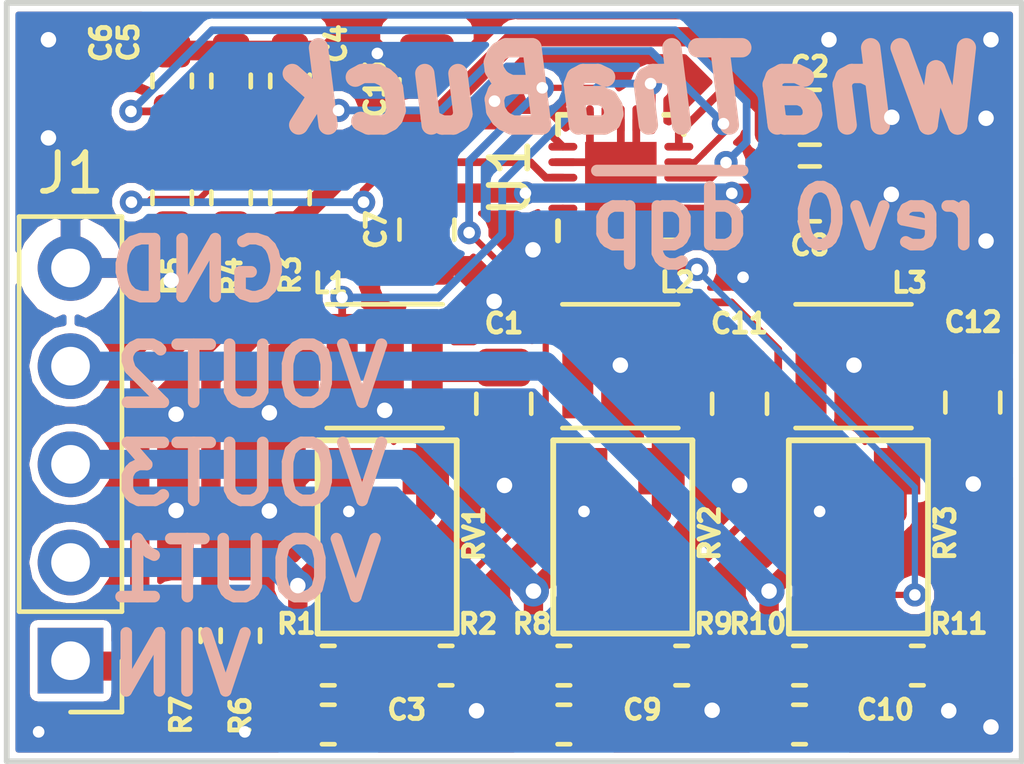
<source format=kicad_pcb>
(kicad_pcb (version 20171130) (host pcbnew 5.0.2+dfsg1-1)

  (general
    (thickness 1.6)
    (drawings 11)
    (tracks 253)
    (zones 0)
    (modules 32)
    (nets 16)
  )

  (page A4)
  (layers
    (0 F.Cu signal)
    (31 B.Cu signal)
    (32 B.Adhes user)
    (33 F.Adhes user)
    (34 B.Paste user)
    (35 F.Paste user)
    (36 B.SilkS user)
    (37 F.SilkS user)
    (38 B.Mask user)
    (39 F.Mask user)
    (40 Dwgs.User user)
    (41 Cmts.User user)
    (42 Eco1.User user)
    (43 Eco2.User user)
    (44 Edge.Cuts user)
    (45 Margin user)
    (46 B.CrtYd user)
    (47 F.CrtYd user)
    (48 B.Fab user)
    (49 F.Fab user)
  )

  (setup
    (last_trace_width 0.5)
    (user_trace_width 0.16)
    (user_trace_width 0.2)
    (user_trace_width 0.5)
    (user_trace_width 0.75)
    (trace_clearance 0.2)
    (zone_clearance 0.15)
    (zone_45_only no)
    (trace_min 0.16)
    (segment_width 0.2)
    (edge_width 0.15)
    (via_size 0.8)
    (via_drill 0.4)
    (via_min_size 0.6)
    (via_min_drill 0.3)
    (user_via 0.6 0.3)
    (uvia_size 0.3)
    (uvia_drill 0.1)
    (uvias_allowed no)
    (uvia_min_size 0.2)
    (uvia_min_drill 0.1)
    (pcb_text_width 0.3)
    (pcb_text_size 1.5 1.5)
    (mod_edge_width 0.15)
    (mod_text_size 1 1)
    (mod_text_width 0.15)
    (pad_size 1.524 1.524)
    (pad_drill 0.762)
    (pad_to_mask_clearance 0.051)
    (solder_mask_min_width 0.25)
    (aux_axis_origin 0 0)
    (visible_elements FFFFFF7F)
    (pcbplotparams
      (layerselection 0x010fc_ffffffff)
      (usegerberextensions false)
      (usegerberattributes false)
      (usegerberadvancedattributes false)
      (creategerberjobfile false)
      (excludeedgelayer true)
      (linewidth 0.100000)
      (plotframeref false)
      (viasonmask false)
      (mode 1)
      (useauxorigin false)
      (hpglpennumber 1)
      (hpglpenspeed 20)
      (hpglpendiameter 15.000000)
      (psnegative false)
      (psa4output false)
      (plotreference true)
      (plotvalue true)
      (plotinvisibletext false)
      (padsonsilk false)
      (subtractmaskfromsilk false)
      (outputformat 1)
      (mirror false)
      (drillshape 0)
      (scaleselection 1)
      (outputdirectory "gerbers/"))
  )

  (net 0 "")
  (net 1 +1V8)
  (net 2 "Net-(C10-Pad2)")
  (net 3 GND)
  (net 4 +3V3)
  (net 5 "Net-(C3-Pad2)")
  (net 6 VCC)
  (net 7 "Net-(C4-Pad1)")
  (net 8 "Net-(C5-Pad1)")
  (net 9 "Net-(C6-Pad1)")
  (net 10 "Net-(C7-Pad1)")
  (net 11 "Net-(C9-Pad2)")
  (net 12 +1V0)
  (net 13 "Net-(L3-Pad1)")
  (net 14 "Net-(L1-Pad2)")
  (net 15 "Net-(L2-Pad1)")

  (net_class Default "This is the default net class."
    (clearance 0.2)
    (trace_width 0.25)
    (via_dia 0.8)
    (via_drill 0.4)
    (uvia_dia 0.3)
    (uvia_drill 0.1)
    (add_net +1V0)
    (add_net +1V8)
    (add_net +3V3)
    (add_net GND)
    (add_net "Net-(C10-Pad2)")
    (add_net "Net-(C3-Pad2)")
    (add_net "Net-(C4-Pad1)")
    (add_net "Net-(C5-Pad1)")
    (add_net "Net-(C6-Pad1)")
    (add_net "Net-(C7-Pad1)")
    (add_net "Net-(C9-Pad2)")
    (add_net "Net-(L1-Pad2)")
    (add_net "Net-(L2-Pad1)")
    (add_net "Net-(L3-Pad1)")
    (add_net VCC)
  )

  (module Connector_PinHeader_2.54mm:PinHeader_1x05_P2.54mm_Vertical (layer F.Cu) (tedit 5CA3D102) (tstamp 5CBCDF9F)
    (at 122.4915 143.4465 180)
    (descr "Through hole straight pin header, 1x05, 2.54mm pitch, single row")
    (tags "Through hole pin header THT 1x05 2.54mm single row")
    (path /5CB1D046)
    (fp_text reference J1 (at 0 12.6111 180) (layer F.SilkS)
      (effects (font (size 1 1) (thickness 0.15)))
    )
    (fp_text value Conn_01x05 (at 0 12.49 180) (layer F.Fab) hide
      (effects (font (size 1 1) (thickness 0.15)))
    )
    (fp_line (start -0.635 -1.27) (end 1.27 -1.27) (layer F.Fab) (width 0.1))
    (fp_line (start 1.27 -1.27) (end 1.27 11.43) (layer F.Fab) (width 0.1))
    (fp_line (start 1.27 11.43) (end -1.27 11.43) (layer F.Fab) (width 0.1))
    (fp_line (start -1.27 11.43) (end -1.27 -0.635) (layer F.Fab) (width 0.1))
    (fp_line (start -1.27 -0.635) (end -0.635 -1.27) (layer F.Fab) (width 0.1))
    (fp_line (start -1.33 11.49) (end 1.33 11.49) (layer F.SilkS) (width 0.12))
    (fp_line (start -1.33 1.27) (end -1.33 11.49) (layer F.SilkS) (width 0.12))
    (fp_line (start 1.33 1.27) (end 1.33 11.49) (layer F.SilkS) (width 0.12))
    (fp_line (start -1.33 1.27) (end 1.33 1.27) (layer F.SilkS) (width 0.12))
    (fp_line (start -1.33 0) (end -1.33 -1.33) (layer F.SilkS) (width 0.12))
    (fp_line (start -1.33 -1.33) (end 0 -1.33) (layer F.SilkS) (width 0.12))
    (fp_line (start -1.8 -1.8) (end -1.8 11.95) (layer F.CrtYd) (width 0.05))
    (fp_line (start -1.8 11.95) (end 1.8 11.95) (layer F.CrtYd) (width 0.05))
    (fp_line (start 1.8 11.95) (end 1.8 -1.8) (layer F.CrtYd) (width 0.05))
    (fp_line (start 1.8 -1.8) (end -1.8 -1.8) (layer F.CrtYd) (width 0.05))
    (fp_text user %R (at 0 5.08 270) (layer F.Fab)
      (effects (font (size 1 1) (thickness 0.15)))
    )
    (pad 1 thru_hole rect (at 0 0 180) (size 1.7 1.7) (drill 1) (layers *.Cu *.Mask)
      (net 6 VCC))
    (pad 2 thru_hole oval (at 0 2.54 180) (size 1.7 1.7) (drill 1) (layers *.Cu *.Mask)
      (net 4 +3V3))
    (pad 3 thru_hole oval (at 0 5.08 180) (size 1.7 1.7) (drill 1) (layers *.Cu *.Mask)
      (net 12 +1V0))
    (pad 4 thru_hole oval (at 0 7.62 180) (size 1.7 1.7) (drill 1) (layers *.Cu *.Mask)
      (net 1 +1V8))
    (pad 5 thru_hole oval (at 0 10.16 180) (size 1.7 1.7) (drill 1) (layers *.Cu *.Mask)
      (net 3 GND))
    (model ${KISYS3DMOD}/Connector_PinHeader_2.54mm.3dshapes/PinHeader_1x05_P2.54mm_Vertical.wrl
      (at (xyz 0 0 0))
      (scale (xyz 1 1 1))
      (rotate (xyz 0 0 0))
    )
  )

  (module Capacitor_SMD:C_0603_1608Metric (layer F.Cu) (tedit 5CA3CE3A) (tstamp 5CBCA870)
    (at 128.1684 128.4478 90)
    (descr "Capacitor SMD 0603 (1608 Metric), square (rectangular) end terminal, IPC_7351 nominal, (Body size source: http://www.tortai-tech.com/upload/download/2011102023233369053.pdf), generated with kicad-footprint-generator")
    (tags capacitor)
    (path /5CA4BCD6)
    (attr smd)
    (fp_text reference C4 (at 0.9652 1.1938 90) (layer F.SilkS)
      (effects (font (size 0.5 0.5) (thickness 0.125)))
    )
    (fp_text value C (at 0 1.43 90) (layer F.Fab) hide
      (effects (font (size 1 1) (thickness 0.15)))
    )
    (fp_text user %R (at 0 0 90) (layer F.Fab)
      (effects (font (size 0.4 0.4) (thickness 0.06)))
    )
    (fp_line (start 1.48 0.73) (end -1.48 0.73) (layer F.CrtYd) (width 0.05))
    (fp_line (start 1.48 -0.73) (end 1.48 0.73) (layer F.CrtYd) (width 0.05))
    (fp_line (start -1.48 -0.73) (end 1.48 -0.73) (layer F.CrtYd) (width 0.05))
    (fp_line (start -1.48 0.73) (end -1.48 -0.73) (layer F.CrtYd) (width 0.05))
    (fp_line (start -0.162779 0.51) (end 0.162779 0.51) (layer F.SilkS) (width 0.12))
    (fp_line (start -0.162779 -0.51) (end 0.162779 -0.51) (layer F.SilkS) (width 0.12))
    (fp_line (start 0.8 0.4) (end -0.8 0.4) (layer F.Fab) (width 0.1))
    (fp_line (start 0.8 -0.4) (end 0.8 0.4) (layer F.Fab) (width 0.1))
    (fp_line (start -0.8 -0.4) (end 0.8 -0.4) (layer F.Fab) (width 0.1))
    (fp_line (start -0.8 0.4) (end -0.8 -0.4) (layer F.Fab) (width 0.1))
    (pad 2 smd roundrect (at 0.7875 0 90) (size 0.875 0.95) (layers F.Cu F.Paste F.Mask) (roundrect_rratio 0.25)
      (net 3 GND))
    (pad 1 smd roundrect (at -0.7875 0 90) (size 0.875 0.95) (layers F.Cu F.Paste F.Mask) (roundrect_rratio 0.25)
      (net 7 "Net-(C4-Pad1)"))
    (model ${KISYS3DMOD}/Capacitor_SMD.3dshapes/C_0603_1608Metric.wrl
      (at (xyz 0 0 0))
      (scale (xyz 1 1 1))
      (rotate (xyz 0 0 0))
    )
  )

  (module Capacitor_SMD:C_0603_1608Metric (layer F.Cu) (tedit 5CA3CE2D) (tstamp 5CBCA602)
    (at 125.1204 128.4478 90)
    (descr "Capacitor SMD 0603 (1608 Metric), square (rectangular) end terminal, IPC_7351 nominal, (Body size source: http://www.tortai-tech.com/upload/download/2011102023233369053.pdf), generated with kicad-footprint-generator")
    (tags capacitor)
    (path /5CAF31FE)
    (attr smd)
    (fp_text reference C6 (at 0.9906 -1.8415 90) (layer F.SilkS)
      (effects (font (size 0.5 0.5) (thickness 0.125)))
    )
    (fp_text value C (at 0 1.43 90) (layer F.Fab) hide
      (effects (font (size 1 1) (thickness 0.15)))
    )
    (fp_line (start -0.8 0.4) (end -0.8 -0.4) (layer F.Fab) (width 0.1))
    (fp_line (start -0.8 -0.4) (end 0.8 -0.4) (layer F.Fab) (width 0.1))
    (fp_line (start 0.8 -0.4) (end 0.8 0.4) (layer F.Fab) (width 0.1))
    (fp_line (start 0.8 0.4) (end -0.8 0.4) (layer F.Fab) (width 0.1))
    (fp_line (start -0.162779 -0.51) (end 0.162779 -0.51) (layer F.SilkS) (width 0.12))
    (fp_line (start -0.162779 0.51) (end 0.162779 0.51) (layer F.SilkS) (width 0.12))
    (fp_line (start -1.48 0.73) (end -1.48 -0.73) (layer F.CrtYd) (width 0.05))
    (fp_line (start -1.48 -0.73) (end 1.48 -0.73) (layer F.CrtYd) (width 0.05))
    (fp_line (start 1.48 -0.73) (end 1.48 0.73) (layer F.CrtYd) (width 0.05))
    (fp_line (start 1.48 0.73) (end -1.48 0.73) (layer F.CrtYd) (width 0.05))
    (fp_text user %R (at 0 0 90) (layer F.Fab)
      (effects (font (size 0.4 0.4) (thickness 0.06)))
    )
    (pad 1 smd roundrect (at -0.7875 0 90) (size 0.875 0.95) (layers F.Cu F.Paste F.Mask) (roundrect_rratio 0.25)
      (net 9 "Net-(C6-Pad1)"))
    (pad 2 smd roundrect (at 0.7875 0 90) (size 0.875 0.95) (layers F.Cu F.Paste F.Mask) (roundrect_rratio 0.25)
      (net 3 GND))
    (model ${KISYS3DMOD}/Capacitor_SMD.3dshapes/C_0603_1608Metric.wrl
      (at (xyz 0 0 0))
      (scale (xyz 1 1 1))
      (rotate (xyz 0 0 0))
    )
  )

  (module Capacitor_SMD:C_0603_1608Metric (layer F.Cu) (tedit 5CA3CE32) (tstamp 5CBC9342)
    (at 126.6444 128.4478 90)
    (descr "Capacitor SMD 0603 (1608 Metric), square (rectangular) end terminal, IPC_7351 nominal, (Body size source: http://www.tortai-tech.com/upload/download/2011102023233369053.pdf), generated with kicad-footprint-generator")
    (tags capacitor)
    (path /5CABF273)
    (attr smd)
    (fp_text reference C5 (at 1.0033 -2.6543 90) (layer F.SilkS)
      (effects (font (size 0.5 0.5) (thickness 0.125)))
    )
    (fp_text value C (at 0 1.43 90) (layer F.Fab) hide
      (effects (font (size 1 1) (thickness 0.15)))
    )
    (fp_line (start -0.8 0.4) (end -0.8 -0.4) (layer F.Fab) (width 0.1))
    (fp_line (start -0.8 -0.4) (end 0.8 -0.4) (layer F.Fab) (width 0.1))
    (fp_line (start 0.8 -0.4) (end 0.8 0.4) (layer F.Fab) (width 0.1))
    (fp_line (start 0.8 0.4) (end -0.8 0.4) (layer F.Fab) (width 0.1))
    (fp_line (start -0.162779 -0.51) (end 0.162779 -0.51) (layer F.SilkS) (width 0.12))
    (fp_line (start -0.162779 0.51) (end 0.162779 0.51) (layer F.SilkS) (width 0.12))
    (fp_line (start -1.48 0.73) (end -1.48 -0.73) (layer F.CrtYd) (width 0.05))
    (fp_line (start -1.48 -0.73) (end 1.48 -0.73) (layer F.CrtYd) (width 0.05))
    (fp_line (start 1.48 -0.73) (end 1.48 0.73) (layer F.CrtYd) (width 0.05))
    (fp_line (start 1.48 0.73) (end -1.48 0.73) (layer F.CrtYd) (width 0.05))
    (fp_text user %R (at 0 0 90) (layer F.Fab)
      (effects (font (size 0.4 0.4) (thickness 0.06)))
    )
    (pad 1 smd roundrect (at -0.7875 0 90) (size 0.875 0.95) (layers F.Cu F.Paste F.Mask) (roundrect_rratio 0.25)
      (net 8 "Net-(C5-Pad1)"))
    (pad 2 smd roundrect (at 0.7875 0 90) (size 0.875 0.95) (layers F.Cu F.Paste F.Mask) (roundrect_rratio 0.25)
      (net 3 GND))
    (model ${KISYS3DMOD}/Capacitor_SMD.3dshapes/C_0603_1608Metric.wrl
      (at (xyz 0 0 0))
      (scale (xyz 1 1 1))
      (rotate (xyz 0 0 0))
    )
  )

  (module Capacitor_SMD:C_0603_1608Metric (layer F.Cu) (tedit 5CA3B49F) (tstamp 5CBC20BE)
    (at 135.255 145.0975)
    (descr "Capacitor SMD 0603 (1608 Metric), square (rectangular) end terminal, IPC_7351 nominal, (Body size source: http://www.tortai-tech.com/upload/download/2011102023233369053.pdf), generated with kicad-footprint-generator")
    (tags capacitor)
    (path /5CA4E10E)
    (attr smd)
    (fp_text reference C9 (at 2.032 -0.381) (layer F.SilkS)
      (effects (font (size 0.5 0.5) (thickness 0.125)))
    )
    (fp_text value C (at 0 1.43) (layer F.Fab) hide
      (effects (font (size 1 1) (thickness 0.15)))
    )
    (fp_line (start -0.8 0.4) (end -0.8 -0.4) (layer F.Fab) (width 0.1))
    (fp_line (start -0.8 -0.4) (end 0.8 -0.4) (layer F.Fab) (width 0.1))
    (fp_line (start 0.8 -0.4) (end 0.8 0.4) (layer F.Fab) (width 0.1))
    (fp_line (start 0.8 0.4) (end -0.8 0.4) (layer F.Fab) (width 0.1))
    (fp_line (start -0.162779 -0.51) (end 0.162779 -0.51) (layer F.SilkS) (width 0.12))
    (fp_line (start -0.162779 0.51) (end 0.162779 0.51) (layer F.SilkS) (width 0.12))
    (fp_line (start -1.48 0.73) (end -1.48 -0.73) (layer F.CrtYd) (width 0.05))
    (fp_line (start -1.48 -0.73) (end 1.48 -0.73) (layer F.CrtYd) (width 0.05))
    (fp_line (start 1.48 -0.73) (end 1.48 0.73) (layer F.CrtYd) (width 0.05))
    (fp_line (start 1.48 0.73) (end -1.48 0.73) (layer F.CrtYd) (width 0.05))
    (fp_text user %R (at 0 0) (layer F.Fab)
      (effects (font (size 0.4 0.4) (thickness 0.06)))
    )
    (pad 1 smd roundrect (at -0.7875 0) (size 0.875 0.95) (layers F.Cu F.Paste F.Mask) (roundrect_rratio 0.25)
      (net 12 +1V0))
    (pad 2 smd roundrect (at 0.7875 0) (size 0.875 0.95) (layers F.Cu F.Paste F.Mask) (roundrect_rratio 0.25)
      (net 11 "Net-(C9-Pad2)"))
    (model ${KISYS3DMOD}/Capacitor_SMD.3dshapes/C_0603_1608Metric.wrl
      (at (xyz 0 0 0))
      (scale (xyz 1 1 1))
      (rotate (xyz 0 0 0))
    )
  )

  (module Capacitor_SMD:C_0805_2012Metric (layer F.Cu) (tedit 5CA3BAE0) (tstamp 5CBC1FEE)
    (at 145.8341 136.7663 270)
    (descr "Capacitor SMD 0805 (2012 Metric), square (rectangular) end terminal, IPC_7351 nominal, (Body size source: https://docs.google.com/spreadsheets/d/1BsfQQcO9C6DZCsRaXUlFlo91Tg2WpOkGARC1WS5S8t0/edit?usp=sharing), generated with kicad-footprint-generator")
    (tags capacitor)
    (path /5CA5E3B9)
    (attr smd)
    (fp_text reference C12 (at -2.08 -0.0071) (layer F.SilkS)
      (effects (font (size 0.5 0.5) (thickness 0.125)))
    )
    (fp_text value C (at 0 1.65 270) (layer F.Fab) hide
      (effects (font (size 1 1) (thickness 0.15)))
    )
    (fp_line (start -1 0.6) (end -1 -0.6) (layer F.Fab) (width 0.1))
    (fp_line (start -1 -0.6) (end 1 -0.6) (layer F.Fab) (width 0.1))
    (fp_line (start 1 -0.6) (end 1 0.6) (layer F.Fab) (width 0.1))
    (fp_line (start 1 0.6) (end -1 0.6) (layer F.Fab) (width 0.1))
    (fp_line (start -0.258578 -0.71) (end 0.258578 -0.71) (layer F.SilkS) (width 0.12))
    (fp_line (start -0.258578 0.71) (end 0.258578 0.71) (layer F.SilkS) (width 0.12))
    (fp_line (start -1.68 0.95) (end -1.68 -0.95) (layer F.CrtYd) (width 0.05))
    (fp_line (start -1.68 -0.95) (end 1.68 -0.95) (layer F.CrtYd) (width 0.05))
    (fp_line (start 1.68 -0.95) (end 1.68 0.95) (layer F.CrtYd) (width 0.05))
    (fp_line (start 1.68 0.95) (end -1.68 0.95) (layer F.CrtYd) (width 0.05))
    (fp_text user %R (at 0 0 270) (layer F.Fab)
      (effects (font (size 0.5 0.5) (thickness 0.08)))
    )
    (pad 1 smd roundrect (at -0.9375 0 270) (size 0.975 1.4) (layers F.Cu F.Paste F.Mask) (roundrect_rratio 0.25)
      (net 1 +1V8))
    (pad 2 smd roundrect (at 0.9375 0 270) (size 0.975 1.4) (layers F.Cu F.Paste F.Mask) (roundrect_rratio 0.25)
      (net 3 GND))
    (model ${KISYS3DMOD}/Capacitor_SMD.3dshapes/C_0805_2012Metric.wrl
      (at (xyz 0 0 0))
      (scale (xyz 1 1 1))
      (rotate (xyz 0 0 0))
    )
  )

  (module Capacitor_SMD:C_0603_1608Metric (layer F.Cu) (tedit 5CA3B4E8) (tstamp 5CBC1538)
    (at 129.159 145.0975)
    (descr "Capacitor SMD 0603 (1608 Metric), square (rectangular) end terminal, IPC_7351 nominal, (Body size source: http://www.tortai-tech.com/upload/download/2011102023233369053.pdf), generated with kicad-footprint-generator")
    (tags capacitor)
    (path /5CA38688)
    (attr smd)
    (fp_text reference C3 (at 2.032 -0.381) (layer F.SilkS)
      (effects (font (size 0.5 0.5) (thickness 0.125)))
    )
    (fp_text value C (at 0 1.43) (layer F.Fab) hide
      (effects (font (size 1 1) (thickness 0.15)))
    )
    (fp_line (start -0.8 0.4) (end -0.8 -0.4) (layer F.Fab) (width 0.1))
    (fp_line (start -0.8 -0.4) (end 0.8 -0.4) (layer F.Fab) (width 0.1))
    (fp_line (start 0.8 -0.4) (end 0.8 0.4) (layer F.Fab) (width 0.1))
    (fp_line (start 0.8 0.4) (end -0.8 0.4) (layer F.Fab) (width 0.1))
    (fp_line (start -0.162779 -0.51) (end 0.162779 -0.51) (layer F.SilkS) (width 0.12))
    (fp_line (start -0.162779 0.51) (end 0.162779 0.51) (layer F.SilkS) (width 0.12))
    (fp_line (start -1.48 0.73) (end -1.48 -0.73) (layer F.CrtYd) (width 0.05))
    (fp_line (start -1.48 -0.73) (end 1.48 -0.73) (layer F.CrtYd) (width 0.05))
    (fp_line (start 1.48 -0.73) (end 1.48 0.73) (layer F.CrtYd) (width 0.05))
    (fp_line (start 1.48 0.73) (end -1.48 0.73) (layer F.CrtYd) (width 0.05))
    (fp_text user %R (at 0 0) (layer F.Fab)
      (effects (font (size 0.4 0.4) (thickness 0.06)))
    )
    (pad 1 smd roundrect (at -0.7875 0) (size 0.875 0.95) (layers F.Cu F.Paste F.Mask) (roundrect_rratio 0.25)
      (net 4 +3V3))
    (pad 2 smd roundrect (at 0.7875 0) (size 0.875 0.95) (layers F.Cu F.Paste F.Mask) (roundrect_rratio 0.25)
      (net 5 "Net-(C3-Pad2)"))
    (model ${KISYS3DMOD}/Capacitor_SMD.3dshapes/C_0603_1608Metric.wrl
      (at (xyz 0 0 0))
      (scale (xyz 1 1 1))
      (rotate (xyz 0 0 0))
    )
  )

  (module Capacitor_SMD:C_0603_1608Metric (layer F.Cu) (tedit 5CA3B4B9) (tstamp 5CBC1518)
    (at 141.351 145.0975)
    (descr "Capacitor SMD 0603 (1608 Metric), square (rectangular) end terminal, IPC_7351 nominal, (Body size source: http://www.tortai-tech.com/upload/download/2011102023233369053.pdf), generated with kicad-footprint-generator")
    (tags capacitor)
    (path /5CA4E097)
    (attr smd)
    (fp_text reference C10 (at 2.2225 -0.381) (layer F.SilkS)
      (effects (font (size 0.5 0.5) (thickness 0.125)))
    )
    (fp_text value C (at 0 1.43) (layer F.Fab) hide
      (effects (font (size 1 1) (thickness 0.15)))
    )
    (fp_line (start -0.8 0.4) (end -0.8 -0.4) (layer F.Fab) (width 0.1))
    (fp_line (start -0.8 -0.4) (end 0.8 -0.4) (layer F.Fab) (width 0.1))
    (fp_line (start 0.8 -0.4) (end 0.8 0.4) (layer F.Fab) (width 0.1))
    (fp_line (start 0.8 0.4) (end -0.8 0.4) (layer F.Fab) (width 0.1))
    (fp_line (start -0.162779 -0.51) (end 0.162779 -0.51) (layer F.SilkS) (width 0.12))
    (fp_line (start -0.162779 0.51) (end 0.162779 0.51) (layer F.SilkS) (width 0.12))
    (fp_line (start -1.48 0.73) (end -1.48 -0.73) (layer F.CrtYd) (width 0.05))
    (fp_line (start -1.48 -0.73) (end 1.48 -0.73) (layer F.CrtYd) (width 0.05))
    (fp_line (start 1.48 -0.73) (end 1.48 0.73) (layer F.CrtYd) (width 0.05))
    (fp_line (start 1.48 0.73) (end -1.48 0.73) (layer F.CrtYd) (width 0.05))
    (fp_text user %R (at 0 0) (layer F.Fab)
      (effects (font (size 0.4 0.4) (thickness 0.06)))
    )
    (pad 1 smd roundrect (at -0.7875 0) (size 0.875 0.95) (layers F.Cu F.Paste F.Mask) (roundrect_rratio 0.25)
      (net 1 +1V8))
    (pad 2 smd roundrect (at 0.7875 0) (size 0.875 0.95) (layers F.Cu F.Paste F.Mask) (roundrect_rratio 0.25)
      (net 2 "Net-(C10-Pad2)"))
    (model ${KISYS3DMOD}/Capacitor_SMD.3dshapes/C_0603_1608Metric.wrl
      (at (xyz 0 0 0))
      (scale (xyz 1 1 1))
      (rotate (xyz 0 0 0))
    )
  )

  (module 3x3pot:3x3pot (layer F.Cu) (tedit 5CA3BD3E) (tstamp 5CBC0824)
    (at 142.875 140.1445 180)
    (path /5CA4E20F)
    (fp_text reference RV3 (at -2.2479 0 270) (layer F.SilkS)
      (effects (font (size 0.5 0.5) (thickness 0.125)))
    )
    (fp_text value R_POT (at 0 -3.6 180) (layer F.Fab) hide
      (effects (font (size 1 1) (thickness 0.15)))
    )
    (fp_line (start -1.8 2.4) (end -1.8 -2.6) (layer F.SilkS) (width 0.15))
    (fp_line (start -1.8 -2.6) (end 1.8 -2.6) (layer F.SilkS) (width 0.15))
    (fp_line (start 1.8 -2.6) (end 1.8 2.4) (layer F.SilkS) (width 0.15))
    (fp_line (start 1.8 2.4) (end -1.8 2.4) (layer F.SilkS) (width 0.15))
    (pad 1 smd rect (at -1 1.6 180) (size 1.2 1.2) (layers F.Cu F.Paste F.Mask)
      (net 1 +1V8))
    (pad 2 smd rect (at 0 -1.6 180) (size 1.6 1.6) (layers F.Cu F.Paste F.Mask)
      (net 2 "Net-(C10-Pad2)"))
    (pad 3 smd rect (at 1 1.6 180) (size 1.2 1.2) (layers F.Cu F.Paste F.Mask)
      (net 3 GND))
  )

  (module 3x3pot:3x3pot (layer F.Cu) (tedit 5CA3BD2E) (tstamp 5CBC081A)
    (at 136.779 140.1445 180)
    (path /5CA7B39B)
    (fp_text reference RV2 (at -2.2479 0 90) (layer F.SilkS)
      (effects (font (size 0.5 0.5) (thickness 0.125)))
    )
    (fp_text value R_POT (at 0 -3.6 180) (layer F.Fab) hide
      (effects (font (size 1 1) (thickness 0.15)))
    )
    (fp_line (start 1.8 2.4) (end -1.8 2.4) (layer F.SilkS) (width 0.15))
    (fp_line (start 1.8 -2.6) (end 1.8 2.4) (layer F.SilkS) (width 0.15))
    (fp_line (start -1.8 -2.6) (end 1.8 -2.6) (layer F.SilkS) (width 0.15))
    (fp_line (start -1.8 2.4) (end -1.8 -2.6) (layer F.SilkS) (width 0.15))
    (pad 3 smd rect (at 1 1.6 180) (size 1.2 1.2) (layers F.Cu F.Paste F.Mask)
      (net 3 GND))
    (pad 2 smd rect (at 0 -1.6 180) (size 1.6 1.6) (layers F.Cu F.Paste F.Mask)
      (net 11 "Net-(C9-Pad2)"))
    (pad 1 smd rect (at -1 1.6 180) (size 1.2 1.2) (layers F.Cu F.Paste F.Mask)
      (net 12 +1V0))
  )

  (module 3x3pot:3x3pot (layer F.Cu) (tedit 5CA3BD1C) (tstamp 5CBC0810)
    (at 130.683 140.1445 180)
    (path /5CA38EF4)
    (fp_text reference RV1 (at -2.2479 -0.0127 270) (layer F.SilkS)
      (effects (font (size 0.5 0.5) (thickness 0.125)))
    )
    (fp_text value R_POT (at 0 -3.6 180) (layer F.Fab) hide
      (effects (font (size 1 1) (thickness 0.15)))
    )
    (fp_line (start -1.8 2.4) (end -1.8 -2.6) (layer F.SilkS) (width 0.15))
    (fp_line (start -1.8 -2.6) (end 1.8 -2.6) (layer F.SilkS) (width 0.15))
    (fp_line (start 1.8 -2.6) (end 1.8 2.4) (layer F.SilkS) (width 0.15))
    (fp_line (start 1.8 2.4) (end -1.8 2.4) (layer F.SilkS) (width 0.15))
    (pad 1 smd rect (at -1 1.6 180) (size 1.2 1.2) (layers F.Cu F.Paste F.Mask)
      (net 4 +3V3))
    (pad 2 smd rect (at 0 -1.6 180) (size 1.6 1.6) (layers F.Cu F.Paste F.Mask)
      (net 5 "Net-(C3-Pad2)"))
    (pad 3 smd rect (at 1 1.6 180) (size 1.2 1.2) (layers F.Cu F.Paste F.Mask)
      (net 3 GND))
  )

  (module Resistor_SMD:R_0603_1608Metric (layer F.Cu) (tedit 5CA3B483) (tstamp 5CB087D5)
    (at 141.351 143.5735)
    (descr "Resistor SMD 0603 (1608 Metric), square (rectangular) end terminal, IPC_7351 nominal, (Body size source: http://www.tortai-tech.com/upload/download/2011102023233369053.pdf), generated with kicad-footprint-generator")
    (tags resistor)
    (path /5CA4E17D)
    (attr smd)
    (fp_text reference R10 (at -1.0795 -1.0795 180) (layer F.SilkS)
      (effects (font (size 0.5 0.5) (thickness 0.125)))
    )
    (fp_text value R (at 0 1.43) (layer F.Fab) hide
      (effects (font (size 1 1) (thickness 0.15)))
    )
    (fp_line (start -0.8 0.4) (end -0.8 -0.4) (layer F.Fab) (width 0.1))
    (fp_line (start -0.8 -0.4) (end 0.8 -0.4) (layer F.Fab) (width 0.1))
    (fp_line (start 0.8 -0.4) (end 0.8 0.4) (layer F.Fab) (width 0.1))
    (fp_line (start 0.8 0.4) (end -0.8 0.4) (layer F.Fab) (width 0.1))
    (fp_line (start -0.162779 -0.51) (end 0.162779 -0.51) (layer F.SilkS) (width 0.12))
    (fp_line (start -0.162779 0.51) (end 0.162779 0.51) (layer F.SilkS) (width 0.12))
    (fp_line (start -1.48 0.73) (end -1.48 -0.73) (layer F.CrtYd) (width 0.05))
    (fp_line (start -1.48 -0.73) (end 1.48 -0.73) (layer F.CrtYd) (width 0.05))
    (fp_line (start 1.48 -0.73) (end 1.48 0.73) (layer F.CrtYd) (width 0.05))
    (fp_line (start 1.48 0.73) (end -1.48 0.73) (layer F.CrtYd) (width 0.05))
    (fp_text user %R (at 0 0) (layer F.Fab)
      (effects (font (size 0.4 0.4) (thickness 0.06)))
    )
    (pad 1 smd roundrect (at -0.7875 0) (size 0.875 0.95) (layers F.Cu F.Paste F.Mask) (roundrect_rratio 0.25)
      (net 1 +1V8))
    (pad 2 smd roundrect (at 0.7875 0) (size 0.875 0.95) (layers F.Cu F.Paste F.Mask) (roundrect_rratio 0.25)
      (net 2 "Net-(C10-Pad2)"))
    (model ${KISYS3DMOD}/Resistor_SMD.3dshapes/R_0603_1608Metric.wrl
      (at (xyz 0 0 0))
      (scale (xyz 1 1 1))
      (rotate (xyz 0 0 0))
    )
  )

  (module Resistor_SMD:R_0603_1608Metric (layer F.Cu) (tedit 5CA3B48D) (tstamp 5CB087C5)
    (at 138.303 143.5735)
    (descr "Resistor SMD 0603 (1608 Metric), square (rectangular) end terminal, IPC_7351 nominal, (Body size source: http://www.tortai-tech.com/upload/download/2011102023233369053.pdf), generated with kicad-footprint-generator")
    (tags resistor)
    (path /5CA7B2D6)
    (attr smd)
    (fp_text reference R9 (at 0.8255 -1.0795 180) (layer F.SilkS)
      (effects (font (size 0.5 0.5) (thickness 0.125)))
    )
    (fp_text value R (at 0 1.43) (layer F.Fab) hide
      (effects (font (size 1 1) (thickness 0.15)))
    )
    (fp_text user %R (at 0 0) (layer F.Fab)
      (effects (font (size 0.4 0.4) (thickness 0.06)))
    )
    (fp_line (start 1.48 0.73) (end -1.48 0.73) (layer F.CrtYd) (width 0.05))
    (fp_line (start 1.48 -0.73) (end 1.48 0.73) (layer F.CrtYd) (width 0.05))
    (fp_line (start -1.48 -0.73) (end 1.48 -0.73) (layer F.CrtYd) (width 0.05))
    (fp_line (start -1.48 0.73) (end -1.48 -0.73) (layer F.CrtYd) (width 0.05))
    (fp_line (start -0.162779 0.51) (end 0.162779 0.51) (layer F.SilkS) (width 0.12))
    (fp_line (start -0.162779 -0.51) (end 0.162779 -0.51) (layer F.SilkS) (width 0.12))
    (fp_line (start 0.8 0.4) (end -0.8 0.4) (layer F.Fab) (width 0.1))
    (fp_line (start 0.8 -0.4) (end 0.8 0.4) (layer F.Fab) (width 0.1))
    (fp_line (start -0.8 -0.4) (end 0.8 -0.4) (layer F.Fab) (width 0.1))
    (fp_line (start -0.8 0.4) (end -0.8 -0.4) (layer F.Fab) (width 0.1))
    (pad 2 smd roundrect (at 0.7875 0) (size 0.875 0.95) (layers F.Cu F.Paste F.Mask) (roundrect_rratio 0.25)
      (net 3 GND))
    (pad 1 smd roundrect (at -0.7875 0) (size 0.875 0.95) (layers F.Cu F.Paste F.Mask) (roundrect_rratio 0.25)
      (net 11 "Net-(C9-Pad2)"))
    (model ${KISYS3DMOD}/Resistor_SMD.3dshapes/R_0603_1608Metric.wrl
      (at (xyz 0 0 0))
      (scale (xyz 1 1 1))
      (rotate (xyz 0 0 0))
    )
  )

  (module Resistor_SMD:R_0603_1608Metric (layer F.Cu) (tedit 5CA3B495) (tstamp 5CB087B5)
    (at 135.255 143.5735)
    (descr "Resistor SMD 0603 (1608 Metric), square (rectangular) end terminal, IPC_7351 nominal, (Body size source: http://www.tortai-tech.com/upload/download/2011102023233369053.pdf), generated with kicad-footprint-generator")
    (tags resistor)
    (path /5CA61955)
    (attr smd)
    (fp_text reference R8 (at -0.8255 -1.0795 180) (layer F.SilkS)
      (effects (font (size 0.5 0.5) (thickness 0.125)))
    )
    (fp_text value R (at 0 1.43) (layer F.Fab) hide
      (effects (font (size 1 1) (thickness 0.15)))
    )
    (fp_line (start -0.8 0.4) (end -0.8 -0.4) (layer F.Fab) (width 0.1))
    (fp_line (start -0.8 -0.4) (end 0.8 -0.4) (layer F.Fab) (width 0.1))
    (fp_line (start 0.8 -0.4) (end 0.8 0.4) (layer F.Fab) (width 0.1))
    (fp_line (start 0.8 0.4) (end -0.8 0.4) (layer F.Fab) (width 0.1))
    (fp_line (start -0.162779 -0.51) (end 0.162779 -0.51) (layer F.SilkS) (width 0.12))
    (fp_line (start -0.162779 0.51) (end 0.162779 0.51) (layer F.SilkS) (width 0.12))
    (fp_line (start -1.48 0.73) (end -1.48 -0.73) (layer F.CrtYd) (width 0.05))
    (fp_line (start -1.48 -0.73) (end 1.48 -0.73) (layer F.CrtYd) (width 0.05))
    (fp_line (start 1.48 -0.73) (end 1.48 0.73) (layer F.CrtYd) (width 0.05))
    (fp_line (start 1.48 0.73) (end -1.48 0.73) (layer F.CrtYd) (width 0.05))
    (fp_text user %R (at 0 0) (layer F.Fab)
      (effects (font (size 0.4 0.4) (thickness 0.06)))
    )
    (pad 1 smd roundrect (at -0.7875 0) (size 0.875 0.95) (layers F.Cu F.Paste F.Mask) (roundrect_rratio 0.25)
      (net 12 +1V0))
    (pad 2 smd roundrect (at 0.7875 0) (size 0.875 0.95) (layers F.Cu F.Paste F.Mask) (roundrect_rratio 0.25)
      (net 11 "Net-(C9-Pad2)"))
    (model ${KISYS3DMOD}/Resistor_SMD.3dshapes/R_0603_1608Metric.wrl
      (at (xyz 0 0 0))
      (scale (xyz 1 1 1))
      (rotate (xyz 0 0 0))
    )
  )

  (module Resistor_SMD:R_0603_1608Metric (layer F.Cu) (tedit 5CA3BCA2) (tstamp 5CBC592A)
    (at 125.349 142.7988 90)
    (descr "Resistor SMD 0603 (1608 Metric), square (rectangular) end terminal, IPC_7351 nominal, (Body size source: http://www.tortai-tech.com/upload/download/2011102023233369053.pdf), generated with kicad-footprint-generator")
    (tags resistor)
    (path /5CA61AF2)
    (attr smd)
    (fp_text reference R7 (at -2.0574 0 90) (layer F.SilkS)
      (effects (font (size 0.5 0.5) (thickness 0.125)))
    )
    (fp_text value R (at 0 1.43 90) (layer F.Fab) hide
      (effects (font (size 1 1) (thickness 0.15)))
    )
    (fp_text user %R (at 0 0 90) (layer F.Fab)
      (effects (font (size 0.4 0.4) (thickness 0.06)))
    )
    (fp_line (start 1.48 0.73) (end -1.48 0.73) (layer F.CrtYd) (width 0.05))
    (fp_line (start 1.48 -0.73) (end 1.48 0.73) (layer F.CrtYd) (width 0.05))
    (fp_line (start -1.48 -0.73) (end 1.48 -0.73) (layer F.CrtYd) (width 0.05))
    (fp_line (start -1.48 0.73) (end -1.48 -0.73) (layer F.CrtYd) (width 0.05))
    (fp_line (start -0.162779 0.51) (end 0.162779 0.51) (layer F.SilkS) (width 0.12))
    (fp_line (start -0.162779 -0.51) (end 0.162779 -0.51) (layer F.SilkS) (width 0.12))
    (fp_line (start 0.8 0.4) (end -0.8 0.4) (layer F.Fab) (width 0.1))
    (fp_line (start 0.8 -0.4) (end 0.8 0.4) (layer F.Fab) (width 0.1))
    (fp_line (start -0.8 -0.4) (end 0.8 -0.4) (layer F.Fab) (width 0.1))
    (fp_line (start -0.8 0.4) (end -0.8 -0.4) (layer F.Fab) (width 0.1))
    (pad 2 smd roundrect (at 0.7875 0 90) (size 0.875 0.95) (layers F.Cu F.Paste F.Mask) (roundrect_rratio 0.25)
      (net 10 "Net-(C7-Pad1)"))
    (pad 1 smd roundrect (at -0.7875 0 90) (size 0.875 0.95) (layers F.Cu F.Paste F.Mask) (roundrect_rratio 0.25)
      (net 6 VCC))
    (model ${KISYS3DMOD}/Resistor_SMD.3dshapes/R_0603_1608Metric.wrl
      (at (xyz 0 0 0))
      (scale (xyz 1 1 1))
      (rotate (xyz 0 0 0))
    )
  )

  (module Resistor_SMD:R_0603_1608Metric (layer F.Cu) (tedit 5CA3BCA9) (tstamp 5CB08795)
    (at 126.8857 142.7988 90)
    (descr "Resistor SMD 0603 (1608 Metric), square (rectangular) end terminal, IPC_7351 nominal, (Body size source: http://www.tortai-tech.com/upload/download/2011102023233369053.pdf), generated with kicad-footprint-generator")
    (tags resistor)
    (path /5CA61A2C)
    (attr smd)
    (fp_text reference R6 (at -2.0701 0 90) (layer F.SilkS)
      (effects (font (size 0.5 0.5) (thickness 0.125)))
    )
    (fp_text value R (at 0 1.43 90) (layer F.Fab) hide
      (effects (font (size 1 1) (thickness 0.15)))
    )
    (fp_line (start -0.8 0.4) (end -0.8 -0.4) (layer F.Fab) (width 0.1))
    (fp_line (start -0.8 -0.4) (end 0.8 -0.4) (layer F.Fab) (width 0.1))
    (fp_line (start 0.8 -0.4) (end 0.8 0.4) (layer F.Fab) (width 0.1))
    (fp_line (start 0.8 0.4) (end -0.8 0.4) (layer F.Fab) (width 0.1))
    (fp_line (start -0.162779 -0.51) (end 0.162779 -0.51) (layer F.SilkS) (width 0.12))
    (fp_line (start -0.162779 0.51) (end 0.162779 0.51) (layer F.SilkS) (width 0.12))
    (fp_line (start -1.48 0.73) (end -1.48 -0.73) (layer F.CrtYd) (width 0.05))
    (fp_line (start -1.48 -0.73) (end 1.48 -0.73) (layer F.CrtYd) (width 0.05))
    (fp_line (start 1.48 -0.73) (end 1.48 0.73) (layer F.CrtYd) (width 0.05))
    (fp_line (start 1.48 0.73) (end -1.48 0.73) (layer F.CrtYd) (width 0.05))
    (fp_text user %R (at 0 0 90) (layer F.Fab)
      (effects (font (size 0.4 0.4) (thickness 0.06)))
    )
    (pad 1 smd roundrect (at -0.7875 0 90) (size 0.875 0.95) (layers F.Cu F.Paste F.Mask) (roundrect_rratio 0.25)
      (net 4 +3V3))
    (pad 2 smd roundrect (at 0.7875 0 90) (size 0.875 0.95) (layers F.Cu F.Paste F.Mask) (roundrect_rratio 0.25)
      (net 10 "Net-(C7-Pad1)"))
    (model ${KISYS3DMOD}/Resistor_SMD.3dshapes/R_0603_1608Metric.wrl
      (at (xyz 0 0 0))
      (scale (xyz 1 1 1))
      (rotate (xyz 0 0 0))
    )
  )

  (module Resistor_SMD:R_0603_1608Metric (layer F.Cu) (tedit 5CA3C718) (tstamp 5CB08785)
    (at 125.1204 131.4704 90)
    (descr "Resistor SMD 0603 (1608 Metric), square (rectangular) end terminal, IPC_7351 nominal, (Body size source: http://www.tortai-tech.com/upload/download/2011102023233369053.pdf), generated with kicad-footprint-generator")
    (tags resistor)
    (path /5CAF77A3)
    (attr smd)
    (fp_text reference R5 (at -2.0193 0.0127 90) (layer F.SilkS)
      (effects (font (size 0.5 0.5) (thickness 0.125)))
    )
    (fp_text value R (at 0 1.43 90) (layer F.Fab) hide
      (effects (font (size 1 1) (thickness 0.15)))
    )
    (fp_text user %R (at 0 0 90) (layer F.Fab)
      (effects (font (size 0.4 0.4) (thickness 0.06)))
    )
    (fp_line (start 1.48 0.73) (end -1.48 0.73) (layer F.CrtYd) (width 0.05))
    (fp_line (start 1.48 -0.73) (end 1.48 0.73) (layer F.CrtYd) (width 0.05))
    (fp_line (start -1.48 -0.73) (end 1.48 -0.73) (layer F.CrtYd) (width 0.05))
    (fp_line (start -1.48 0.73) (end -1.48 -0.73) (layer F.CrtYd) (width 0.05))
    (fp_line (start -0.162779 0.51) (end 0.162779 0.51) (layer F.SilkS) (width 0.12))
    (fp_line (start -0.162779 -0.51) (end 0.162779 -0.51) (layer F.SilkS) (width 0.12))
    (fp_line (start 0.8 0.4) (end -0.8 0.4) (layer F.Fab) (width 0.1))
    (fp_line (start 0.8 -0.4) (end 0.8 0.4) (layer F.Fab) (width 0.1))
    (fp_line (start -0.8 -0.4) (end 0.8 -0.4) (layer F.Fab) (width 0.1))
    (fp_line (start -0.8 0.4) (end -0.8 -0.4) (layer F.Fab) (width 0.1))
    (pad 2 smd roundrect (at 0.7875 0 90) (size 0.875 0.95) (layers F.Cu F.Paste F.Mask) (roundrect_rratio 0.25)
      (net 9 "Net-(C6-Pad1)"))
    (pad 1 smd roundrect (at -0.7875 0 90) (size 0.875 0.95) (layers F.Cu F.Paste F.Mask) (roundrect_rratio 0.25)
      (net 6 VCC))
    (model ${KISYS3DMOD}/Resistor_SMD.3dshapes/R_0603_1608Metric.wrl
      (at (xyz 0 0 0))
      (scale (xyz 1 1 1))
      (rotate (xyz 0 0 0))
    )
  )

  (module Resistor_SMD:R_0603_1608Metric (layer F.Cu) (tedit 5CA3C86C) (tstamp 5CB08775)
    (at 126.6444 131.4704 90)
    (descr "Resistor SMD 0603 (1608 Metric), square (rectangular) end terminal, IPC_7351 nominal, (Body size source: http://www.tortai-tech.com/upload/download/2011102023233369053.pdf), generated with kicad-footprint-generator")
    (tags resistor)
    (path /5CABF19B)
    (attr smd)
    (fp_text reference R4 (at -2.032 0.0127 90) (layer F.SilkS)
      (effects (font (size 0.5 0.5) (thickness 0.125)))
    )
    (fp_text value R (at 0 1.43 90) (layer F.Fab) hide
      (effects (font (size 1 1) (thickness 0.15)))
    )
    (fp_line (start -0.8 0.4) (end -0.8 -0.4) (layer F.Fab) (width 0.1))
    (fp_line (start -0.8 -0.4) (end 0.8 -0.4) (layer F.Fab) (width 0.1))
    (fp_line (start 0.8 -0.4) (end 0.8 0.4) (layer F.Fab) (width 0.1))
    (fp_line (start 0.8 0.4) (end -0.8 0.4) (layer F.Fab) (width 0.1))
    (fp_line (start -0.162779 -0.51) (end 0.162779 -0.51) (layer F.SilkS) (width 0.12))
    (fp_line (start -0.162779 0.51) (end 0.162779 0.51) (layer F.SilkS) (width 0.12))
    (fp_line (start -1.48 0.73) (end -1.48 -0.73) (layer F.CrtYd) (width 0.05))
    (fp_line (start -1.48 -0.73) (end 1.48 -0.73) (layer F.CrtYd) (width 0.05))
    (fp_line (start 1.48 -0.73) (end 1.48 0.73) (layer F.CrtYd) (width 0.05))
    (fp_line (start 1.48 0.73) (end -1.48 0.73) (layer F.CrtYd) (width 0.05))
    (fp_text user %R (at 0 0 90) (layer F.Fab)
      (effects (font (size 0.4 0.4) (thickness 0.06)))
    )
    (pad 1 smd roundrect (at -0.7875 0 90) (size 0.875 0.95) (layers F.Cu F.Paste F.Mask) (roundrect_rratio 0.25)
      (net 6 VCC))
    (pad 2 smd roundrect (at 0.7875 0 90) (size 0.875 0.95) (layers F.Cu F.Paste F.Mask) (roundrect_rratio 0.25)
      (net 8 "Net-(C5-Pad1)"))
    (model ${KISYS3DMOD}/Resistor_SMD.3dshapes/R_0603_1608Metric.wrl
      (at (xyz 0 0 0))
      (scale (xyz 1 1 1))
      (rotate (xyz 0 0 0))
    )
  )

  (module Resistor_SMD:R_0603_1608Metric (layer F.Cu) (tedit 5CA3B4DE) (tstamp 5CB08765)
    (at 132.207 143.5735)
    (descr "Resistor SMD 0603 (1608 Metric), square (rectangular) end terminal, IPC_7351 nominal, (Body size source: http://www.tortai-tech.com/upload/download/2011102023233369053.pdf), generated with kicad-footprint-generator")
    (tags resistor)
    (path /5CA3A0F9)
    (attr smd)
    (fp_text reference R2 (at 0.8255 -1.0795 180) (layer F.SilkS)
      (effects (font (size 0.5 0.5) (thickness 0.125)))
    )
    (fp_text value R (at 0 1.43) (layer F.Fab) hide
      (effects (font (size 1 1) (thickness 0.15)))
    )
    (fp_text user %R (at 0 0) (layer F.Fab)
      (effects (font (size 0.4 0.4) (thickness 0.06)))
    )
    (fp_line (start 1.48 0.73) (end -1.48 0.73) (layer F.CrtYd) (width 0.05))
    (fp_line (start 1.48 -0.73) (end 1.48 0.73) (layer F.CrtYd) (width 0.05))
    (fp_line (start -1.48 -0.73) (end 1.48 -0.73) (layer F.CrtYd) (width 0.05))
    (fp_line (start -1.48 0.73) (end -1.48 -0.73) (layer F.CrtYd) (width 0.05))
    (fp_line (start -0.162779 0.51) (end 0.162779 0.51) (layer F.SilkS) (width 0.12))
    (fp_line (start -0.162779 -0.51) (end 0.162779 -0.51) (layer F.SilkS) (width 0.12))
    (fp_line (start 0.8 0.4) (end -0.8 0.4) (layer F.Fab) (width 0.1))
    (fp_line (start 0.8 -0.4) (end 0.8 0.4) (layer F.Fab) (width 0.1))
    (fp_line (start -0.8 -0.4) (end 0.8 -0.4) (layer F.Fab) (width 0.1))
    (fp_line (start -0.8 0.4) (end -0.8 -0.4) (layer F.Fab) (width 0.1))
    (pad 2 smd roundrect (at 0.7875 0) (size 0.875 0.95) (layers F.Cu F.Paste F.Mask) (roundrect_rratio 0.25)
      (net 3 GND))
    (pad 1 smd roundrect (at -0.7875 0) (size 0.875 0.95) (layers F.Cu F.Paste F.Mask) (roundrect_rratio 0.25)
      (net 5 "Net-(C3-Pad2)"))
    (model ${KISYS3DMOD}/Resistor_SMD.3dshapes/R_0603_1608Metric.wrl
      (at (xyz 0 0 0))
      (scale (xyz 1 1 1))
      (rotate (xyz 0 0 0))
    )
  )

  (module Resistor_SMD:R_0603_1608Metric (layer F.Cu) (tedit 5CA3B4F5) (tstamp 5CB08755)
    (at 129.159 143.5735)
    (descr "Resistor SMD 0603 (1608 Metric), square (rectangular) end terminal, IPC_7351 nominal, (Body size source: http://www.tortai-tech.com/upload/download/2011102023233369053.pdf), generated with kicad-footprint-generator")
    (tags resistor)
    (path /5CA3A07C)
    (attr smd)
    (fp_text reference R1 (at -0.8255 -1.0795 180) (layer F.SilkS)
      (effects (font (size 0.5 0.5) (thickness 0.125)))
    )
    (fp_text value R (at 0 1.43) (layer F.Fab) hide
      (effects (font (size 1 1) (thickness 0.15)))
    )
    (fp_line (start -0.8 0.4) (end -0.8 -0.4) (layer F.Fab) (width 0.1))
    (fp_line (start -0.8 -0.4) (end 0.8 -0.4) (layer F.Fab) (width 0.1))
    (fp_line (start 0.8 -0.4) (end 0.8 0.4) (layer F.Fab) (width 0.1))
    (fp_line (start 0.8 0.4) (end -0.8 0.4) (layer F.Fab) (width 0.1))
    (fp_line (start -0.162779 -0.51) (end 0.162779 -0.51) (layer F.SilkS) (width 0.12))
    (fp_line (start -0.162779 0.51) (end 0.162779 0.51) (layer F.SilkS) (width 0.12))
    (fp_line (start -1.48 0.73) (end -1.48 -0.73) (layer F.CrtYd) (width 0.05))
    (fp_line (start -1.48 -0.73) (end 1.48 -0.73) (layer F.CrtYd) (width 0.05))
    (fp_line (start 1.48 -0.73) (end 1.48 0.73) (layer F.CrtYd) (width 0.05))
    (fp_line (start 1.48 0.73) (end -1.48 0.73) (layer F.CrtYd) (width 0.05))
    (fp_text user %R (at 0 0) (layer F.Fab)
      (effects (font (size 0.4 0.4) (thickness 0.06)))
    )
    (pad 1 smd roundrect (at -0.7875 0) (size 0.875 0.95) (layers F.Cu F.Paste F.Mask) (roundrect_rratio 0.25)
      (net 4 +3V3))
    (pad 2 smd roundrect (at 0.7875 0) (size 0.875 0.95) (layers F.Cu F.Paste F.Mask) (roundrect_rratio 0.25)
      (net 5 "Net-(C3-Pad2)"))
    (model ${KISYS3DMOD}/Resistor_SMD.3dshapes/R_0603_1608Metric.wrl
      (at (xyz 0 0 0))
      (scale (xyz 1 1 1))
      (rotate (xyz 0 0 0))
    )
  )

  (module Resistor_SMD:R_0603_1608Metric (layer F.Cu) (tedit 5CA3B4AB) (tstamp 5CB08745)
    (at 144.399 143.5735)
    (descr "Resistor SMD 0603 (1608 Metric), square (rectangular) end terminal, IPC_7351 nominal, (Body size source: http://www.tortai-tech.com/upload/download/2011102023233369053.pdf), generated with kicad-footprint-generator")
    (tags resistor)
    (path /5CA59B3A)
    (attr smd)
    (fp_text reference R11 (at 1.0795 -1.0795 180) (layer F.SilkS)
      (effects (font (size 0.5 0.5) (thickness 0.125)))
    )
    (fp_text value R (at 0 1.43) (layer F.Fab) hide
      (effects (font (size 1 1) (thickness 0.15)))
    )
    (fp_text user %R (at 0 0) (layer F.Fab)
      (effects (font (size 0.4 0.4) (thickness 0.06)))
    )
    (fp_line (start 1.48 0.73) (end -1.48 0.73) (layer F.CrtYd) (width 0.05))
    (fp_line (start 1.48 -0.73) (end 1.48 0.73) (layer F.CrtYd) (width 0.05))
    (fp_line (start -1.48 -0.73) (end 1.48 -0.73) (layer F.CrtYd) (width 0.05))
    (fp_line (start -1.48 0.73) (end -1.48 -0.73) (layer F.CrtYd) (width 0.05))
    (fp_line (start -0.162779 0.51) (end 0.162779 0.51) (layer F.SilkS) (width 0.12))
    (fp_line (start -0.162779 -0.51) (end 0.162779 -0.51) (layer F.SilkS) (width 0.12))
    (fp_line (start 0.8 0.4) (end -0.8 0.4) (layer F.Fab) (width 0.1))
    (fp_line (start 0.8 -0.4) (end 0.8 0.4) (layer F.Fab) (width 0.1))
    (fp_line (start -0.8 -0.4) (end 0.8 -0.4) (layer F.Fab) (width 0.1))
    (fp_line (start -0.8 0.4) (end -0.8 -0.4) (layer F.Fab) (width 0.1))
    (pad 2 smd roundrect (at 0.7875 0) (size 0.875 0.95) (layers F.Cu F.Paste F.Mask) (roundrect_rratio 0.25)
      (net 3 GND))
    (pad 1 smd roundrect (at -0.7875 0) (size 0.875 0.95) (layers F.Cu F.Paste F.Mask) (roundrect_rratio 0.25)
      (net 2 "Net-(C10-Pad2)"))
    (model ${KISYS3DMOD}/Resistor_SMD.3dshapes/R_0603_1608Metric.wrl
      (at (xyz 0 0 0))
      (scale (xyz 1 1 1))
      (rotate (xyz 0 0 0))
    )
  )

  (module Resistor_SMD:R_0603_1608Metric (layer F.Cu) (tedit 5CA3C721) (tstamp 5CB08735)
    (at 128.1684 131.4704 90)
    (descr "Resistor SMD 0603 (1608 Metric), square (rectangular) end terminal, IPC_7351 nominal, (Body size source: http://www.tortai-tech.com/upload/download/2011102023233369053.pdf), generated with kicad-footprint-generator")
    (tags resistor)
    (path /5CA48EDA)
    (attr smd)
    (fp_text reference R3 (at -1.9939 0 90) (layer F.SilkS)
      (effects (font (size 0.5 0.5) (thickness 0.125)))
    )
    (fp_text value R (at 0 1.43 90) (layer F.Fab) hide
      (effects (font (size 1 1) (thickness 0.15)))
    )
    (fp_line (start -0.8 0.4) (end -0.8 -0.4) (layer F.Fab) (width 0.1))
    (fp_line (start -0.8 -0.4) (end 0.8 -0.4) (layer F.Fab) (width 0.1))
    (fp_line (start 0.8 -0.4) (end 0.8 0.4) (layer F.Fab) (width 0.1))
    (fp_line (start 0.8 0.4) (end -0.8 0.4) (layer F.Fab) (width 0.1))
    (fp_line (start -0.162779 -0.51) (end 0.162779 -0.51) (layer F.SilkS) (width 0.12))
    (fp_line (start -0.162779 0.51) (end 0.162779 0.51) (layer F.SilkS) (width 0.12))
    (fp_line (start -1.48 0.73) (end -1.48 -0.73) (layer F.CrtYd) (width 0.05))
    (fp_line (start -1.48 -0.73) (end 1.48 -0.73) (layer F.CrtYd) (width 0.05))
    (fp_line (start 1.48 -0.73) (end 1.48 0.73) (layer F.CrtYd) (width 0.05))
    (fp_line (start 1.48 0.73) (end -1.48 0.73) (layer F.CrtYd) (width 0.05))
    (fp_text user %R (at 0 0 90) (layer F.Fab)
      (effects (font (size 0.4 0.4) (thickness 0.06)))
    )
    (pad 1 smd roundrect (at -0.7875 0 90) (size 0.875 0.95) (layers F.Cu F.Paste F.Mask) (roundrect_rratio 0.25)
      (net 6 VCC))
    (pad 2 smd roundrect (at 0.7875 0 90) (size 0.875 0.95) (layers F.Cu F.Paste F.Mask) (roundrect_rratio 0.25)
      (net 7 "Net-(C4-Pad1)"))
    (model ${KISYS3DMOD}/Resistor_SMD.3dshapes/R_0603_1608Metric.wrl
      (at (xyz 0 0 0))
      (scale (xyz 1 1 1))
      (rotate (xyz 0 0 0))
    )
  )

  (module Capacitor_SMD:C_0805_2012Metric (layer F.Cu) (tedit 5CA3C56C) (tstamp 5CB042D5)
    (at 131.7117 128.6637 90)
    (descr "Capacitor SMD 0805 (2012 Metric), square (rectangular) end terminal, IPC_7351 nominal, (Body size source: https://docs.google.com/spreadsheets/d/1BsfQQcO9C6DZCsRaXUlFlo91Tg2WpOkGARC1WS5S8t0/edit?usp=sharing), generated with kicad-footprint-generator")
    (tags capacitor)
    (path /5CB2EBAC)
    (attr smd)
    (fp_text reference C13 (at 0 -1.3335 270) (layer F.SilkS)
      (effects (font (size 0.5 0.5) (thickness 0.125)))
    )
    (fp_text value C (at 0 1.65 90) (layer F.Fab) hide
      (effects (font (size 1 1) (thickness 0.15)))
    )
    (fp_line (start -1 0.6) (end -1 -0.6) (layer F.Fab) (width 0.1))
    (fp_line (start -1 -0.6) (end 1 -0.6) (layer F.Fab) (width 0.1))
    (fp_line (start 1 -0.6) (end 1 0.6) (layer F.Fab) (width 0.1))
    (fp_line (start 1 0.6) (end -1 0.6) (layer F.Fab) (width 0.1))
    (fp_line (start -0.258578 -0.71) (end 0.258578 -0.71) (layer F.SilkS) (width 0.12))
    (fp_line (start -0.258578 0.71) (end 0.258578 0.71) (layer F.SilkS) (width 0.12))
    (fp_line (start -1.68 0.95) (end -1.68 -0.95) (layer F.CrtYd) (width 0.05))
    (fp_line (start -1.68 -0.95) (end 1.68 -0.95) (layer F.CrtYd) (width 0.05))
    (fp_line (start 1.68 -0.95) (end 1.68 0.95) (layer F.CrtYd) (width 0.05))
    (fp_line (start 1.68 0.95) (end -1.68 0.95) (layer F.CrtYd) (width 0.05))
    (fp_text user %R (at 0 0 90) (layer F.Fab)
      (effects (font (size 0.5 0.5) (thickness 0.08)))
    )
    (pad 1 smd roundrect (at -0.9375 0 90) (size 0.975 1.4) (layers F.Cu F.Paste F.Mask) (roundrect_rratio 0.25)
      (net 6 VCC))
    (pad 2 smd roundrect (at 0.9375 0 90) (size 0.975 1.4) (layers F.Cu F.Paste F.Mask) (roundrect_rratio 0.25)
      (net 3 GND))
    (model ${KISYS3DMOD}/Capacitor_SMD.3dshapes/C_0805_2012Metric.wrl
      (at (xyz 0 0 0))
      (scale (xyz 1 1 1))
      (rotate (xyz 0 0 0))
    )
  )

  (module Capacitor_SMD:C_0805_2012Metric (layer F.Cu) (tedit 5CA3C37C) (tstamp 5CB01A30)
    (at 141.6177 129.3876)
    (descr "Capacitor SMD 0805 (2012 Metric), square (rectangular) end terminal, IPC_7351 nominal, (Body size source: https://docs.google.com/spreadsheets/d/1BsfQQcO9C6DZCsRaXUlFlo91Tg2WpOkGARC1WS5S8t0/edit?usp=sharing), generated with kicad-footprint-generator")
    (tags capacitor)
    (path /5CA403D8)
    (attr smd)
    (fp_text reference C2 (at 0 -1.3081) (layer F.SilkS)
      (effects (font (size 0.5 0.5) (thickness 0.125)))
    )
    (fp_text value C (at 0 1.65) (layer F.Fab) hide
      (effects (font (size 1 1) (thickness 0.15)))
    )
    (fp_text user %R (at 0 0) (layer F.Fab)
      (effects (font (size 0.5 0.5) (thickness 0.08)))
    )
    (fp_line (start 1.68 0.95) (end -1.68 0.95) (layer F.CrtYd) (width 0.05))
    (fp_line (start 1.68 -0.95) (end 1.68 0.95) (layer F.CrtYd) (width 0.05))
    (fp_line (start -1.68 -0.95) (end 1.68 -0.95) (layer F.CrtYd) (width 0.05))
    (fp_line (start -1.68 0.95) (end -1.68 -0.95) (layer F.CrtYd) (width 0.05))
    (fp_line (start -0.258578 0.71) (end 0.258578 0.71) (layer F.SilkS) (width 0.12))
    (fp_line (start -0.258578 -0.71) (end 0.258578 -0.71) (layer F.SilkS) (width 0.12))
    (fp_line (start 1 0.6) (end -1 0.6) (layer F.Fab) (width 0.1))
    (fp_line (start 1 -0.6) (end 1 0.6) (layer F.Fab) (width 0.1))
    (fp_line (start -1 -0.6) (end 1 -0.6) (layer F.Fab) (width 0.1))
    (fp_line (start -1 0.6) (end -1 -0.6) (layer F.Fab) (width 0.1))
    (pad 2 smd roundrect (at 0.9375 0) (size 0.975 1.4) (layers F.Cu F.Paste F.Mask) (roundrect_rratio 0.25)
      (net 3 GND))
    (pad 1 smd roundrect (at -0.9375 0) (size 0.975 1.4) (layers F.Cu F.Paste F.Mask) (roundrect_rratio 0.25)
      (net 6 VCC))
    (model ${KISYS3DMOD}/Capacitor_SMD.3dshapes/C_0805_2012Metric.wrl
      (at (xyz 0 0 0))
      (scale (xyz 1 1 1))
      (rotate (xyz 0 0 0))
    )
  )

  (module Capacitor_SMD:C_0805_2012Metric (layer F.Cu) (tedit 5CA3C584) (tstamp 5CB019DB)
    (at 131.7117 132.2936 270)
    (descr "Capacitor SMD 0805 (2012 Metric), square (rectangular) end terminal, IPC_7351 nominal, (Body size source: https://docs.google.com/spreadsheets/d/1BsfQQcO9C6DZCsRaXUlFlo91Tg2WpOkGARC1WS5S8t0/edit?usp=sharing), generated with kicad-footprint-generator")
    (tags capacitor)
    (path /5CAA5A1F)
    (attr smd)
    (fp_text reference C7 (at 0 1.3208 270) (layer F.SilkS)
      (effects (font (size 0.5 0.5) (thickness 0.125)))
    )
    (fp_text value C (at 0 1.65 270) (layer F.Fab) hide
      (effects (font (size 1 1) (thickness 0.15)))
    )
    (fp_line (start -1 0.6) (end -1 -0.6) (layer F.Fab) (width 0.1))
    (fp_line (start -1 -0.6) (end 1 -0.6) (layer F.Fab) (width 0.1))
    (fp_line (start 1 -0.6) (end 1 0.6) (layer F.Fab) (width 0.1))
    (fp_line (start 1 0.6) (end -1 0.6) (layer F.Fab) (width 0.1))
    (fp_line (start -0.258578 -0.71) (end 0.258578 -0.71) (layer F.SilkS) (width 0.12))
    (fp_line (start -0.258578 0.71) (end 0.258578 0.71) (layer F.SilkS) (width 0.12))
    (fp_line (start -1.68 0.95) (end -1.68 -0.95) (layer F.CrtYd) (width 0.05))
    (fp_line (start -1.68 -0.95) (end 1.68 -0.95) (layer F.CrtYd) (width 0.05))
    (fp_line (start 1.68 -0.95) (end 1.68 0.95) (layer F.CrtYd) (width 0.05))
    (fp_line (start 1.68 0.95) (end -1.68 0.95) (layer F.CrtYd) (width 0.05))
    (fp_text user %R (at 0 0 270) (layer F.Fab)
      (effects (font (size 0.5 0.5) (thickness 0.08)))
    )
    (pad 1 smd roundrect (at -0.9375 0 270) (size 0.975 1.4) (layers F.Cu F.Paste F.Mask) (roundrect_rratio 0.25)
      (net 10 "Net-(C7-Pad1)"))
    (pad 2 smd roundrect (at 0.9375 0 270) (size 0.975 1.4) (layers F.Cu F.Paste F.Mask) (roundrect_rratio 0.25)
      (net 3 GND))
    (model ${KISYS3DMOD}/Capacitor_SMD.3dshapes/C_0805_2012Metric.wrl
      (at (xyz 0 0 0))
      (scale (xyz 1 1 1))
      (rotate (xyz 0 0 0))
    )
  )

  (module Capacitor_SMD:C_0805_2012Metric (layer F.Cu) (tedit 5CA3C35A) (tstamp 5CB019CA)
    (at 141.6177 131.3688)
    (descr "Capacitor SMD 0805 (2012 Metric), square (rectangular) end terminal, IPC_7351 nominal, (Body size source: https://docs.google.com/spreadsheets/d/1BsfQQcO9C6DZCsRaXUlFlo91Tg2WpOkGARC1WS5S8t0/edit?usp=sharing), generated with kicad-footprint-generator")
    (tags capacitor)
    (path /5CAACAA3)
    (attr smd)
    (fp_text reference C8 (at 0 1.3335) (layer F.SilkS)
      (effects (font (size 0.5 0.5) (thickness 0.125)))
    )
    (fp_text value C (at 0 1.65) (layer F.Fab) hide
      (effects (font (size 1 1) (thickness 0.15)))
    )
    (fp_text user %R (at 0 0) (layer F.Fab)
      (effects (font (size 0.5 0.5) (thickness 0.08)))
    )
    (fp_line (start 1.68 0.95) (end -1.68 0.95) (layer F.CrtYd) (width 0.05))
    (fp_line (start 1.68 -0.95) (end 1.68 0.95) (layer F.CrtYd) (width 0.05))
    (fp_line (start -1.68 -0.95) (end 1.68 -0.95) (layer F.CrtYd) (width 0.05))
    (fp_line (start -1.68 0.95) (end -1.68 -0.95) (layer F.CrtYd) (width 0.05))
    (fp_line (start -0.258578 0.71) (end 0.258578 0.71) (layer F.SilkS) (width 0.12))
    (fp_line (start -0.258578 -0.71) (end 0.258578 -0.71) (layer F.SilkS) (width 0.12))
    (fp_line (start 1 0.6) (end -1 0.6) (layer F.Fab) (width 0.1))
    (fp_line (start 1 -0.6) (end 1 0.6) (layer F.Fab) (width 0.1))
    (fp_line (start -1 -0.6) (end 1 -0.6) (layer F.Fab) (width 0.1))
    (fp_line (start -1 0.6) (end -1 -0.6) (layer F.Fab) (width 0.1))
    (pad 2 smd roundrect (at 0.9375 0) (size 0.975 1.4) (layers F.Cu F.Paste F.Mask) (roundrect_rratio 0.25)
      (net 3 GND))
    (pad 1 smd roundrect (at -0.9375 0) (size 0.975 1.4) (layers F.Cu F.Paste F.Mask) (roundrect_rratio 0.25)
      (net 10 "Net-(C7-Pad1)"))
    (model ${KISYS3DMOD}/Capacitor_SMD.3dshapes/C_0805_2012Metric.wrl
      (at (xyz 0 0 0))
      (scale (xyz 1 1 1))
      (rotate (xyz 0 0 0))
    )
  )

  (module Capacitor_SMD:C_0805_2012Metric (layer F.Cu) (tedit 5CA3BAB9) (tstamp 5CB01997)
    (at 139.8 136.8 270)
    (descr "Capacitor SMD 0805 (2012 Metric), square (rectangular) end terminal, IPC_7351 nominal, (Body size source: https://docs.google.com/spreadsheets/d/1BsfQQcO9C6DZCsRaXUlFlo91Tg2WpOkGARC1WS5S8t0/edit?usp=sharing), generated with kicad-footprint-generator")
    (tags capacitor)
    (path /5CA91799)
    (attr smd)
    (fp_text reference C11 (at -2.0784 0) (layer F.SilkS)
      (effects (font (size 0.5 0.5) (thickness 0.125)))
    )
    (fp_text value C (at 0 1.65 270) (layer F.Fab) hide
      (effects (font (size 1 1) (thickness 0.15)))
    )
    (fp_line (start -1 0.6) (end -1 -0.6) (layer F.Fab) (width 0.1))
    (fp_line (start -1 -0.6) (end 1 -0.6) (layer F.Fab) (width 0.1))
    (fp_line (start 1 -0.6) (end 1 0.6) (layer F.Fab) (width 0.1))
    (fp_line (start 1 0.6) (end -1 0.6) (layer F.Fab) (width 0.1))
    (fp_line (start -0.258578 -0.71) (end 0.258578 -0.71) (layer F.SilkS) (width 0.12))
    (fp_line (start -0.258578 0.71) (end 0.258578 0.71) (layer F.SilkS) (width 0.12))
    (fp_line (start -1.68 0.95) (end -1.68 -0.95) (layer F.CrtYd) (width 0.05))
    (fp_line (start -1.68 -0.95) (end 1.68 -0.95) (layer F.CrtYd) (width 0.05))
    (fp_line (start 1.68 -0.95) (end 1.68 0.95) (layer F.CrtYd) (width 0.05))
    (fp_line (start 1.68 0.95) (end -1.68 0.95) (layer F.CrtYd) (width 0.05))
    (fp_text user %R (at 0 0 270) (layer F.Fab)
      (effects (font (size 0.5 0.5) (thickness 0.08)))
    )
    (pad 1 smd roundrect (at -0.9375 0 270) (size 0.975 1.4) (layers F.Cu F.Paste F.Mask) (roundrect_rratio 0.25)
      (net 12 +1V0))
    (pad 2 smd roundrect (at 0.9375 0 270) (size 0.975 1.4) (layers F.Cu F.Paste F.Mask) (roundrect_rratio 0.25)
      (net 3 GND))
    (model ${KISYS3DMOD}/Capacitor_SMD.3dshapes/C_0805_2012Metric.wrl
      (at (xyz 0 0 0))
      (scale (xyz 1 1 1))
      (rotate (xyz 0 0 0))
    )
  )

  (module Capacitor_SMD:C_0805_2012Metric (layer F.Cu) (tedit 5CA3BAC6) (tstamp 5CB01975)
    (at 133.7 136.8 270)
    (descr "Capacitor SMD 0805 (2012 Metric), square (rectangular) end terminal, IPC_7351 nominal, (Body size source: https://docs.google.com/spreadsheets/d/1BsfQQcO9C6DZCsRaXUlFlo91Tg2WpOkGARC1WS5S8t0/edit?usp=sharing), generated with kicad-footprint-generator")
    (tags capacitor)
    (path /5CA3D726)
    (attr smd)
    (fp_text reference C1 (at -2.0784 -0.0056) (layer F.SilkS)
      (effects (font (size 0.5 0.5) (thickness 0.125)))
    )
    (fp_text value C (at 0 1.65 270) (layer F.Fab) hide
      (effects (font (size 1 1) (thickness 0.15)))
    )
    (fp_line (start -1 0.6) (end -1 -0.6) (layer F.Fab) (width 0.1))
    (fp_line (start -1 -0.6) (end 1 -0.6) (layer F.Fab) (width 0.1))
    (fp_line (start 1 -0.6) (end 1 0.6) (layer F.Fab) (width 0.1))
    (fp_line (start 1 0.6) (end -1 0.6) (layer F.Fab) (width 0.1))
    (fp_line (start -0.258578 -0.71) (end 0.258578 -0.71) (layer F.SilkS) (width 0.12))
    (fp_line (start -0.258578 0.71) (end 0.258578 0.71) (layer F.SilkS) (width 0.12))
    (fp_line (start -1.68 0.95) (end -1.68 -0.95) (layer F.CrtYd) (width 0.05))
    (fp_line (start -1.68 -0.95) (end 1.68 -0.95) (layer F.CrtYd) (width 0.05))
    (fp_line (start 1.68 -0.95) (end 1.68 0.95) (layer F.CrtYd) (width 0.05))
    (fp_line (start 1.68 0.95) (end -1.68 0.95) (layer F.CrtYd) (width 0.05))
    (fp_text user %R (at 0 0 270) (layer F.Fab)
      (effects (font (size 0.5 0.5) (thickness 0.08)))
    )
    (pad 1 smd roundrect (at -0.9375 0 270) (size 0.975 1.4) (layers F.Cu F.Paste F.Mask) (roundrect_rratio 0.25)
      (net 4 +3V3))
    (pad 2 smd roundrect (at 0.9375 0 270) (size 0.975 1.4) (layers F.Cu F.Paste F.Mask) (roundrect_rratio 0.25)
      (net 3 GND))
    (model ${KISYS3DMOD}/Capacitor_SMD.3dshapes/C_0805_2012Metric.wrl
      (at (xyz 0 0 0))
      (scale (xyz 1 1 1))
      (rotate (xyz 0 0 0))
    )
  )

  (module Inductor_SMD:L_Taiyo-Yuden_MD-3030 (layer F.Cu) (tedit 5CA3C30A) (tstamp 5CB07CDD)
    (at 136.7155 135.8265)
    (descr "Inductor, Taiyo Yuden, MD series, Taiyo-Yuden_MD-3030, 3.0mmx3.0mm")
    (tags "inductor taiyo-yuden md smd")
    (path /5CA462F8)
    (attr smd)
    (fp_text reference L2 (at 1.4732 -2.1717) (layer F.SilkS)
      (effects (font (size 0.5 0.5) (thickness 0.125)))
    )
    (fp_text value L (at 0 3) (layer F.Fab) hide
      (effects (font (size 1 1) (thickness 0.15)))
    )
    (fp_text user %R (at 0 0) (layer F.Fab)
      (effects (font (size 0.7 0.7) (thickness 0.105)))
    )
    (fp_line (start -1.5 -1.5) (end -1.5 1.5) (layer F.Fab) (width 0.1))
    (fp_line (start -1.5 1.5) (end 1.5 1.5) (layer F.Fab) (width 0.1))
    (fp_line (start 1.5 1.5) (end 1.5 -1.5) (layer F.Fab) (width 0.1))
    (fp_line (start 1.5 -1.5) (end -1.5 -1.5) (layer F.Fab) (width 0.1))
    (fp_line (start -1.5 -1.6) (end 1.5 -1.6) (layer F.SilkS) (width 0.12))
    (fp_line (start -1.5 1.6) (end 1.5 1.6) (layer F.SilkS) (width 0.12))
    (fp_line (start -1.8 -1.8) (end -1.8 1.8) (layer F.CrtYd) (width 0.05))
    (fp_line (start -1.8 1.8) (end 1.8 1.8) (layer F.CrtYd) (width 0.05))
    (fp_line (start 1.8 1.8) (end 1.8 -1.8) (layer F.CrtYd) (width 0.05))
    (fp_line (start 1.8 -1.8) (end -1.8 -1.8) (layer F.CrtYd) (width 0.05))
    (pad 1 smd rect (at -1.1 0) (size 0.8 2.7) (layers F.Cu F.Paste F.Mask)
      (net 15 "Net-(L2-Pad1)"))
    (pad 2 smd rect (at 1.1 0) (size 0.8 2.7) (layers F.Cu F.Paste F.Mask)
      (net 12 +1V0))
    (model ${KISYS3DMOD}/Inductor_SMD.3dshapes/L_Taiyo-Yuden_MD-3030.wrl
      (at (xyz 0 0 0))
      (scale (xyz 1 1 1))
      (rotate (xyz 0 0 0))
    )
  )

  (module Inductor_SMD:L_Taiyo-Yuden_MD-3030 (layer F.Cu) (tedit 5CA3C301) (tstamp 5CB01906)
    (at 130.6195 135.8265 180)
    (descr "Inductor, Taiyo Yuden, MD series, Taiyo-Yuden_MD-3030, 3.0mmx3.0mm")
    (tags "inductor taiyo-yuden md smd")
    (path /5CA382FA)
    (attr smd)
    (fp_text reference L1 (at 1.4097 2.1463 180) (layer F.SilkS)
      (effects (font (size 0.5 0.5) (thickness 0.125)))
    )
    (fp_text value L (at 0 3 180) (layer F.Fab) hide
      (effects (font (size 1 1) (thickness 0.15)))
    )
    (fp_line (start 1.8 -1.8) (end -1.8 -1.8) (layer F.CrtYd) (width 0.05))
    (fp_line (start 1.8 1.8) (end 1.8 -1.8) (layer F.CrtYd) (width 0.05))
    (fp_line (start -1.8 1.8) (end 1.8 1.8) (layer F.CrtYd) (width 0.05))
    (fp_line (start -1.8 -1.8) (end -1.8 1.8) (layer F.CrtYd) (width 0.05))
    (fp_line (start -1.5 1.6) (end 1.5 1.6) (layer F.SilkS) (width 0.12))
    (fp_line (start -1.5 -1.6) (end 1.5 -1.6) (layer F.SilkS) (width 0.12))
    (fp_line (start 1.5 -1.5) (end -1.5 -1.5) (layer F.Fab) (width 0.1))
    (fp_line (start 1.5 1.5) (end 1.5 -1.5) (layer F.Fab) (width 0.1))
    (fp_line (start -1.5 1.5) (end 1.5 1.5) (layer F.Fab) (width 0.1))
    (fp_line (start -1.5 -1.5) (end -1.5 1.5) (layer F.Fab) (width 0.1))
    (fp_text user %R (at 0 0 180) (layer F.Fab)
      (effects (font (size 0.7 0.7) (thickness 0.105)))
    )
    (pad 2 smd rect (at 1.1 0 180) (size 0.8 2.7) (layers F.Cu F.Paste F.Mask)
      (net 14 "Net-(L1-Pad2)"))
    (pad 1 smd rect (at -1.1 0 180) (size 0.8 2.7) (layers F.Cu F.Paste F.Mask)
      (net 4 +3V3))
    (model ${KISYS3DMOD}/Inductor_SMD.3dshapes/L_Taiyo-Yuden_MD-3030.wrl
      (at (xyz 0 0 0))
      (scale (xyz 1 1 1))
      (rotate (xyz 0 0 0))
    )
  )

  (module Inductor_SMD:L_Taiyo-Yuden_MD-3030 (layer F.Cu) (tedit 5CA3C314) (tstamp 5CB018F5)
    (at 142.748 135.8265)
    (descr "Inductor, Taiyo Yuden, MD series, Taiyo-Yuden_MD-3030, 3.0mmx3.0mm")
    (tags "inductor taiyo-yuden md smd")
    (path /5CA46223)
    (attr smd)
    (fp_text reference L3 (at 1.4478 -2.159) (layer F.SilkS)
      (effects (font (size 0.5 0.5) (thickness 0.125)))
    )
    (fp_text value L (at 0 3) (layer F.Fab) hide
      (effects (font (size 1 1) (thickness 0.15)))
    )
    (fp_text user %R (at 0 0) (layer F.Fab)
      (effects (font (size 0.7 0.7) (thickness 0.105)))
    )
    (fp_line (start -1.5 -1.5) (end -1.5 1.5) (layer F.Fab) (width 0.1))
    (fp_line (start -1.5 1.5) (end 1.5 1.5) (layer F.Fab) (width 0.1))
    (fp_line (start 1.5 1.5) (end 1.5 -1.5) (layer F.Fab) (width 0.1))
    (fp_line (start 1.5 -1.5) (end -1.5 -1.5) (layer F.Fab) (width 0.1))
    (fp_line (start -1.5 -1.6) (end 1.5 -1.6) (layer F.SilkS) (width 0.12))
    (fp_line (start -1.5 1.6) (end 1.5 1.6) (layer F.SilkS) (width 0.12))
    (fp_line (start -1.8 -1.8) (end -1.8 1.8) (layer F.CrtYd) (width 0.05))
    (fp_line (start -1.8 1.8) (end 1.8 1.8) (layer F.CrtYd) (width 0.05))
    (fp_line (start 1.8 1.8) (end 1.8 -1.8) (layer F.CrtYd) (width 0.05))
    (fp_line (start 1.8 -1.8) (end -1.8 -1.8) (layer F.CrtYd) (width 0.05))
    (pad 1 smd rect (at -1.1 0) (size 0.8 2.7) (layers F.Cu F.Paste F.Mask)
      (net 13 "Net-(L3-Pad1)"))
    (pad 2 smd rect (at 1.1 0) (size 0.8 2.7) (layers F.Cu F.Paste F.Mask)
      (net 1 +1V8))
    (model ${KISYS3DMOD}/Inductor_SMD.3dshapes/L_Taiyo-Yuden_MD-3030.wrl
      (at (xyz 0 0 0))
      (scale (xyz 1 1 1))
      (rotate (xyz 0 0 0))
    )
  )

  (module Package_DFN_QFN:UQFN-20-1EP_3x3mm_P0.4mm_EP1.85x1.85mm (layer F.Cu) (tedit 5CA38677) (tstamp 5CBC41F6)
    (at 136.7282 130.9497 90)
    (descr "20-Lead Ultra Thin Plastic Quad Flat, No Lead Package (JP) - 3x3x0.50 mm Body [UQFN]; (see Microchip Packaging Specification 00000049BS.pdf)")
    (tags "QFN 0.4")
    (path /5CA37A26)
    (attr smd)
    (fp_text reference U1 (at 0 -2.875 90) (layer F.SilkS)
      (effects (font (size 1 1) (thickness 0.15)))
    )
    (fp_text value ea3036c (at 0 2.875 90) (layer F.Fab) hide
      (effects (font (size 1 1) (thickness 0.15)))
    )
    (fp_text user %R (at 0 0 90) (layer F.Fab)
      (effects (font (size 0.7 0.7) (thickness 0.105)))
    )
    (fp_line (start -0.5 -1.5) (end 1.5 -1.5) (layer F.Fab) (width 0.15))
    (fp_line (start 1.5 -1.5) (end 1.5 1.5) (layer F.Fab) (width 0.15))
    (fp_line (start 1.5 1.5) (end -1.5 1.5) (layer F.Fab) (width 0.15))
    (fp_line (start -1.5 1.5) (end -1.5 -0.5) (layer F.Fab) (width 0.15))
    (fp_line (start -1.5 -0.5) (end -0.5 -1.5) (layer F.Fab) (width 0.15))
    (fp_line (start -2.15 -2.15) (end -2.15 2.15) (layer F.CrtYd) (width 0.05))
    (fp_line (start 2.15 -2.15) (end 2.15 2.15) (layer F.CrtYd) (width 0.05))
    (fp_line (start -2.15 -2.15) (end 2.15 -2.15) (layer F.CrtYd) (width 0.05))
    (fp_line (start -2.15 2.15) (end 2.15 2.15) (layer F.CrtYd) (width 0.05))
    (fp_line (start 1.625 -1.625) (end 1.625 -1.125) (layer F.SilkS) (width 0.15))
    (fp_line (start -1.625 1.625) (end -1.625 1.125) (layer F.SilkS) (width 0.15))
    (fp_line (start 1.625 1.625) (end 1.625 1.125) (layer F.SilkS) (width 0.15))
    (fp_line (start -1.625 -1.625) (end -1.125 -1.625) (layer F.SilkS) (width 0.15))
    (fp_line (start -1.625 1.625) (end -1.125 1.625) (layer F.SilkS) (width 0.15))
    (fp_line (start 1.625 1.625) (end 1.125 1.625) (layer F.SilkS) (width 0.15))
    (fp_line (start 1.625 -1.625) (end 1.125 -1.625) (layer F.SilkS) (width 0.15))
    (pad 1 smd oval (at -1.5 -0.8 90) (size 0.75 0.2) (layers F.Cu F.Paste F.Mask)
      (net 3 GND))
    (pad 2 smd oval (at -1.5 -0.4 90) (size 0.75 0.2) (layers F.Cu F.Paste F.Mask)
      (net 11 "Net-(C9-Pad2)"))
    (pad 3 smd oval (at -1.5 0 90) (size 0.75 0.2) (layers F.Cu F.Paste F.Mask)
      (net 2 "Net-(C10-Pad2)"))
    (pad 4 smd oval (at -1.5 0.4 90) (size 0.75 0.2) (layers F.Cu F.Paste F.Mask)
      (net 3 GND))
    (pad 5 smd oval (at -1.5 0.8 90) (size 0.75 0.2) (layers F.Cu F.Paste F.Mask)
      (net 3 GND))
    (pad 6 smd oval (at -0.8 1.5 180) (size 0.75 0.2) (layers F.Cu F.Paste F.Mask)
      (net 13 "Net-(L3-Pad1)"))
    (pad 7 smd oval (at -0.4 1.5 180) (size 0.75 0.2) (layers F.Cu F.Paste F.Mask)
      (net 10 "Net-(C7-Pad1)"))
    (pad 8 smd oval (at 0 1.5 180) (size 0.75 0.2) (layers F.Cu F.Paste F.Mask)
      (net 9 "Net-(C6-Pad1)"))
    (pad 9 smd oval (at 0.4 1.5 180) (size 0.75 0.2) (layers F.Cu F.Paste F.Mask)
      (net 7 "Net-(C4-Pad1)"))
    (pad 10 smd oval (at 0.8 1.5 180) (size 0.75 0.2) (layers F.Cu F.Paste F.Mask)
      (net 6 VCC))
    (pad 11 smd oval (at 1.5 0.8 90) (size 0.75 0.2) (layers F.Cu F.Paste F.Mask)
      (net 14 "Net-(L1-Pad2)"))
    (pad 12 smd oval (at 1.5 0.4 90) (size 0.75 0.2) (layers F.Cu F.Paste F.Mask)
      (net 3 GND))
    (pad 13 smd oval (at 1.5 0 90) (size 0.75 0.2) (layers F.Cu F.Paste F.Mask)
      (net 3 GND))
    (pad 14 smd oval (at 1.5 -0.4 90) (size 0.75 0.2) (layers F.Cu F.Paste F.Mask)
      (net 5 "Net-(C3-Pad2)"))
    (pad 15 smd oval (at 1.5 -0.8 90) (size 0.75 0.2) (layers F.Cu F.Paste F.Mask)
      (net 3 GND))
    (pad 16 smd oval (at 0.8 -1.5 180) (size 0.75 0.2) (layers F.Cu F.Paste F.Mask)
      (net 6 VCC))
    (pad 17 smd oval (at 0.4 -1.5 180) (size 0.75 0.2) (layers F.Cu F.Paste F.Mask)
      (net 3 GND))
    (pad 18 smd oval (at 0 -1.5 180) (size 0.75 0.2) (layers F.Cu F.Paste F.Mask)
      (net 8 "Net-(C5-Pad1)"))
    (pad 19 smd oval (at -0.4 -1.5 180) (size 0.75 0.2) (layers F.Cu F.Paste F.Mask)
      (net 10 "Net-(C7-Pad1)"))
    (pad 20 smd oval (at -0.8 -1.5 180) (size 0.75 0.2) (layers F.Cu F.Paste F.Mask)
      (net 15 "Net-(L2-Pad1)"))
    (pad "" smd rect (at 0.4625 0.4625 90) (size 0.74 0.74) (layers F.Paste))
    (pad 21 smd rect (at 0 0 90) (size 1.85 1.85) (layers F.Cu F.Mask)
      (net 3 GND))
    (pad "" smd rect (at -0.4625 0.4625 90) (size 0.74 0.74) (layers F.Paste))
    (pad "" smd rect (at -0.4625 -0.4625 90) (size 0.74 0.74) (layers F.Paste))
    (pad "" smd rect (at 0.4625 -0.4625 90) (size 0.74 0.74) (layers F.Paste))
    (model ${KISYS3DMOD}/Package_DFN_QFN.3dshapes/UQFN-20-1EP_3x3mm_P0.4mm_EP1.85x1.85mm.wrl
      (at (xyz 0 0 0))
      (scale (xyz 1 1 1))
      (rotate (xyz 0 0 0))
    )
  )

  (gr_text "rev0 ~dgp" (at 140.9573 132.0038) (layer B.SilkS)
    (effects (font (size 1.5 1.5) (thickness 0.3)) (justify mirror))
  )
  (gr_text WhaThaBuck (at 137.0965 128.6891) (layer B.SilkS)
    (effects (font (size 2 2) (thickness 0.5) italic) (justify mirror))
  )
  (gr_text VIN (at 125.3617 143.5481) (layer B.SilkS)
    (effects (font (size 1.5 1.5) (thickness 0.3)) (justify mirror))
  )
  (gr_text VOUT1 (at 127.0127 141.1097) (layer B.SilkS)
    (effects (font (size 1.5 1.5) (thickness 0.3)) (justify mirror))
  )
  (gr_text VOUT3 (at 127.1778 138.6205) (layer B.SilkS)
    (effects (font (size 1.5 1.5) (thickness 0.3)) (justify mirror))
  )
  (gr_text VOUT2 (at 127.1778 136.0805) (layer B.SilkS)
    (effects (font (size 1.5 1.5) (thickness 0.3)) (justify mirror))
  )
  (gr_text GND (at 125.8062 133.35) (layer B.SilkS)
    (effects (font (size 1.5 1.5) (thickness 0.3)) (justify mirror))
  )
  (gr_line (start 147.1041 126.4285) (end 120.8405 126.4285) (layer Edge.Cuts) (width 0.15))
  (gr_line (start 147.1 146.05) (end 147.1 126.4285) (layer Edge.Cuts) (width 0.15))
  (gr_line (start 120.8405 146.05) (end 147.1041 146.05) (layer Edge.Cuts) (width 0.15))
  (gr_line (start 120.8405 126.4285) (end 120.8405 146.05) (layer Edge.Cuts) (width 0.15))

  (segment (start 140.5635 143.5735) (end 140.5635 145.0975) (width 0.5) (layer F.Cu) (net 1) (status 30))
  (segment (start 140.5635 143.5735) (end 140.5635 141.645998) (width 0.5) (layer F.Cu) (net 1) (status 10))
  (segment (start 143.875 139.6445) (end 143.875 138.5445) (width 0.5) (layer F.Cu) (net 1) (status 20))
  (segment (start 143.1845 140.335) (end 143.875 139.6445) (width 0.5) (layer F.Cu) (net 1))
  (segment (start 141.874498 140.335) (end 143.1845 140.335) (width 0.5) (layer F.Cu) (net 1))
  (segment (start 143.875 135.8535) (end 143.848 135.8265) (width 0.5) (layer F.Cu) (net 1) (status 30))
  (segment (start 143.875 138.5445) (end 143.875 135.8535) (width 0.5) (layer F.Cu) (net 1) (status 30))
  (segment (start 145.8318 135.8265) (end 145.8341 135.8288) (width 0.75) (layer F.Cu) (net 1) (status 30))
  (segment (start 143.848 135.8265) (end 145.8318 135.8265) (width 0.75) (layer F.Cu) (net 1) (status 30))
  (segment (start 140.5635 141.645998) (end 141.874498 140.335) (width 0.5) (layer F.Cu) (net 1) (tstamp 5CBC4D9B))
  (via (at 140.5635 141.645998) (size 0.8) (drill 0.4) (layers F.Cu B.Cu) (net 1))
  (segment (start 134.744002 135.8265) (end 122.4915 135.8265) (width 0.75) (layer B.Cu) (net 1) (status 20))
  (segment (start 140.5635 141.645998) (end 134.744002 135.8265) (width 0.75) (layer B.Cu) (net 1))
  (segment (start 142.1385 143.5735) (end 142.1385 145.0975) (width 0.5) (layer F.Cu) (net 2) (status 30))
  (segment (start 142.875 141.7445) (end 142.875 143.5735) (width 0.5) (layer F.Cu) (net 2) (status 10))
  (segment (start 142.1385 143.5735) (end 142.875 143.5735) (width 0.5) (layer F.Cu) (net 2) (status 10))
  (segment (start 142.875 143.5735) (end 143.6115 143.5735) (width 0.5) (layer F.Cu) (net 2) (status 20))
  (via (at 144.3355 141.7447) (size 0.6) (drill 0.3) (layers F.Cu B.Cu) (net 2))
  (segment (start 142.875 141.7445) (end 144.3353 141.7445) (width 0.16) (layer F.Cu) (net 2) (status 10))
  (segment (start 144.3353 141.7445) (end 144.3355 141.7447) (width 0.16) (layer F.Cu) (net 2))
  (via (at 138.696706 133.3246) (size 0.6) (drill 0.3) (layers F.Cu B.Cu) (net 2))
  (segment (start 144.3355 141.7447) (end 144.3355 138.963394) (width 0.16) (layer B.Cu) (net 2))
  (segment (start 144.3355 138.963394) (end 138.696706 133.3246) (width 0.16) (layer B.Cu) (net 2))
  (segment (start 137.0281 133.3246) (end 138.272442 133.3246) (width 0.2) (layer F.Cu) (net 2))
  (segment (start 136.7282 133.0247) (end 137.0281 133.3246) (width 0.2) (layer F.Cu) (net 2))
  (segment (start 138.272442 133.3246) (end 138.696706 133.3246) (width 0.2) (layer F.Cu) (net 2))
  (segment (start 136.7282 132.4497) (end 136.7282 133.0247) (width 0.2) (layer F.Cu) (net 2))
  (via (at 132.9944 144.7419) (size 0.8) (drill 0.4) (layers F.Cu B.Cu) (net 3))
  (segment (start 132.9945 143.5735) (end 132.9945 144.7418) (width 0.75) (layer F.Cu) (net 3) (status 10))
  (segment (start 132.9945 144.7418) (end 132.9944 144.7419) (width 0.75) (layer F.Cu) (net 3))
  (via (at 139.0904 144.7292) (size 0.8) (drill 0.4) (layers F.Cu B.Cu) (net 3))
  (segment (start 139.0905 143.5735) (end 139.0905 144.7291) (width 0.75) (layer F.Cu) (net 3) (status 10))
  (segment (start 139.0905 144.7291) (end 139.0904 144.7292) (width 0.75) (layer F.Cu) (net 3))
  (via (at 145.2118 144.7419) (size 0.8) (drill 0.4) (layers F.Cu B.Cu) (net 3))
  (segment (start 145.1865 143.5735) (end 145.1865 144.7166) (width 0.75) (layer F.Cu) (net 3) (status 10))
  (segment (start 145.1865 144.7166) (end 145.2118 144.7419) (width 0.75) (layer F.Cu) (net 3))
  (via (at 133.7183 138.9126) (size 0.8) (drill 0.4) (layers F.Cu B.Cu) (net 3))
  (segment (start 133.7 137.7375) (end 133.7 138.8943) (width 0.75) (layer F.Cu) (net 3) (status 10))
  (segment (start 133.7 138.8943) (end 133.7183 138.9126) (width 0.75) (layer F.Cu) (net 3))
  (via (at 139.8016 138.9126) (size 0.8) (drill 0.4) (layers F.Cu B.Cu) (net 3))
  (segment (start 139.8 137.7375) (end 139.8 138.911) (width 0.75) (layer F.Cu) (net 3) (status 10))
  (segment (start 139.8 138.911) (end 139.8016 138.9126) (width 0.75) (layer F.Cu) (net 3))
  (segment (start 145.8341 137.7038) (end 145.8341 138.8618) (width 0.75) (layer F.Cu) (net 3) (status 10))
  (via (at 145.8468 138.8745) (size 0.8) (drill 0.4) (layers F.Cu B.Cu) (net 3))
  (segment (start 145.8341 138.8618) (end 145.8468 138.8745) (width 0.75) (layer F.Cu) (net 3))
  (via (at 135.775259 139.585006) (size 0.6) (drill 0.3) (layers F.Cu B.Cu) (net 3))
  (segment (start 135.779 138.5445) (end 135.779 139.581265) (width 0.5) (layer F.Cu) (net 3) (status 10))
  (segment (start 135.779 139.581265) (end 135.775259 139.585006) (width 0.5) (layer F.Cu) (net 3))
  (via (at 141.871259 139.585006) (size 0.6) (drill 0.3) (layers F.Cu B.Cu) (net 3))
  (segment (start 141.875 138.5445) (end 141.875 139.581265) (width 0.5) (layer F.Cu) (net 3) (status 10))
  (segment (start 141.875 139.581265) (end 141.871259 139.585006) (width 0.5) (layer F.Cu) (net 3))
  (segment (start 129.683 138.5445) (end 129.683 139.5756) (width 0.5) (layer F.Cu) (net 3) (status 10))
  (via (at 129.6924 139.585) (size 0.6) (drill 0.3) (layers F.Cu B.Cu) (net 3))
  (segment (start 129.683 139.5756) (end 129.6924 139.585) (width 0.5) (layer F.Cu) (net 3))
  (segment (start 135.9282 131.7497) (end 136.7282 130.9497) (width 0.2) (layer F.Cu) (net 3) (status 30))
  (segment (start 135.9282 132.4497) (end 135.9282 131.7497) (width 0.2) (layer F.Cu) (net 3) (status 30))
  (segment (start 137.1282 131.3497) (end 136.7282 130.9497) (width 0.2) (layer F.Cu) (net 3) (status 30))
  (segment (start 137.1282 132.4497) (end 137.1282 131.3497) (width 0.2) (layer F.Cu) (net 3) (status 30))
  (segment (start 137.5282 131.7497) (end 136.7282 130.9497) (width 0.2) (layer F.Cu) (net 3) (status 30))
  (segment (start 137.5282 132.4497) (end 137.5282 131.7497) (width 0.2) (layer F.Cu) (net 3) (status 30))
  (segment (start 137.1282 130.5497) (end 136.7282 130.9497) (width 0.2) (layer F.Cu) (net 3) (status 30))
  (segment (start 137.1282 129.4497) (end 137.1282 130.5497) (width 0.2) (layer F.Cu) (net 3) (status 30))
  (segment (start 136.7282 129.4497) (end 136.7282 130.9497) (width 0.2) (layer F.Cu) (net 3) (status 30))
  (segment (start 135.9282 130.1497) (end 136.7282 130.9497) (width 0.2) (layer F.Cu) (net 3) (status 30))
  (segment (start 136.3282 130.5497) (end 136.7282 130.9497) (width 0.2) (layer F.Cu) (net 3) (status 30))
  (segment (start 135.2282 130.5497) (end 136.3282 130.5497) (width 0.2) (layer F.Cu) (net 3) (status 30))
  (via (at 130.429 127.7366) (size 0.6) (drill 0.3) (layers F.Cu B.Cu) (net 3))
  (segment (start 131.7117 127.7262) (end 130.4394 127.7262) (width 0.5) (layer F.Cu) (net 3) (status 10))
  (segment (start 130.4394 127.7262) (end 130.429 127.7366) (width 0.5) (layer F.Cu) (net 3))
  (via (at 143.7386 129.3876) (size 0.8) (drill 0.4) (layers F.Cu B.Cu) (net 3))
  (segment (start 142.5552 129.3876) (end 143.7386 129.3876) (width 0.5) (layer F.Cu) (net 3) (status 10))
  (via (at 143.7259 131.3815) (size 0.8) (drill 0.4) (layers F.Cu B.Cu) (net 3))
  (segment (start 142.5552 131.3688) (end 143.7132 131.3688) (width 0.5) (layer F.Cu) (net 3) (status 10))
  (segment (start 143.7132 131.3688) (end 143.7259 131.3815) (width 0.5) (layer F.Cu) (net 3))
  (via (at 133.4516 134.1501) (size 0.8) (drill 0.4) (layers F.Cu B.Cu) (net 3))
  (segment (start 131.7117 133.2311) (end 132.5326 133.2311) (width 0.5) (layer F.Cu) (net 3) (status 10))
  (segment (start 132.5326 133.2311) (end 133.4516 134.1501) (width 0.5) (layer F.Cu) (net 3))
  (via (at 136.7155 135.8011) (size 0.8) (drill 0.4) (layers F.Cu B.Cu) (net 3))
  (via (at 142.7607 135.8011) (size 0.8) (drill 0.4) (layers F.Cu B.Cu) (net 3))
  (via (at 125.222 137.0711) (size 0.8) (drill 0.4) (layers F.Cu B.Cu) (net 3))
  (via (at 125.222 139.5603) (size 0.8) (drill 0.4) (layers F.Cu B.Cu) (net 3))
  (via (at 130.6195 136.9695) (size 0.8) (drill 0.4) (layers F.Cu B.Cu) (net 3))
  (segment (start 135.9282 129.4497) (end 135.9282 130.1497) (width 0.2) (layer F.Cu) (net 3) (status 30))
  (via (at 134.4549 132.8166) (size 0.8) (drill 0.4) (layers F.Cu B.Cu) (net 3))
  (via (at 139.8905 133.5278) (size 0.6) (drill 0.3) (layers F.Cu B.Cu) (net 3))
  (via (at 142.113 127.381) (size 0.8) (drill 0.4) (layers F.Cu B.Cu) (net 3))
  (via (at 146.304 127.381) (size 0.8) (drill 0.4) (layers F.Cu B.Cu) (net 3))
  (via (at 146.177 129.413) (size 0.8) (drill 0.4) (layers F.Cu B.Cu) (net 3))
  (via (at 146.177 132.588) (size 0.8) (drill 0.4) (layers F.Cu B.Cu) (net 3))
  (via (at 121.92 127.381) (size 0.8) (drill 0.4) (layers F.Cu B.Cu) (net 3))
  (via (at 133.46 128.97) (size 0.6) (drill 0.3) (layers F.Cu B.Cu) (net 3))
  (via (at 121.666 145.288) (size 0.6) (drill 0.3) (layers F.Cu B.Cu) (net 3))
  (via (at 127 145.288) (size 0.6) (drill 0.3) (layers F.Cu B.Cu) (net 3))
  (via (at 127.635 139.573) (size 0.8) (drill 0.4) (layers F.Cu B.Cu) (net 3))
  (via (at 127.635 137.033) (size 0.8) (drill 0.4) (layers F.Cu B.Cu) (net 3))
  (via (at 125.095 133.604) (size 0.8) (drill 0.4) (layers F.Cu B.Cu) (net 3))
  (via (at 146.304 145.161) (size 0.8) (drill 0.4) (layers F.Cu B.Cu) (net 3))
  (via (at 121.92 129.921) (size 0.8) (drill 0.4) (layers F.Cu B.Cu) (net 3))
  (segment (start 128.3715 143.5735) (end 128.3715 145.0975) (width 0.5) (layer F.Cu) (net 4) (status 30))
  (segment (start 131.683 139.589) (end 131.683 138.5445) (width 0.5) (layer F.Cu) (net 4) (status 20))
  (segment (start 130.937 140.335) (end 131.683 139.589) (width 0.5) (layer F.Cu) (net 4))
  (segment (start 129.54 140.335) (end 130.937 140.335) (width 0.5) (layer F.Cu) (net 4))
  (segment (start 128.3715 143.5735) (end 128.3715 141.5035) (width 0.5) (layer F.Cu) (net 4) (status 10))
  (segment (start 128.3715 141.5035) (end 129.54 140.335) (width 0.5) (layer F.Cu) (net 4))
  (segment (start 128.346 143.548) (end 128.3715 143.5735) (width 0.5) (layer F.Cu) (net 4) (status 30))
  (segment (start 131.683 135.863) (end 131.7195 135.8265) (width 0.5) (layer F.Cu) (net 4) (status 30))
  (segment (start 131.683 138.5445) (end 131.683 135.863) (width 0.5) (layer F.Cu) (net 4) (status 30))
  (segment (start 131.7555 135.8625) (end 131.7195 135.8265) (width 0.75) (layer F.Cu) (net 4) (status 30))
  (segment (start 133.7 135.8625) (end 131.7555 135.8625) (width 0.75) (layer F.Cu) (net 4) (status 30))
  (via (at 128.3715 141.5035) (size 0.8) (drill 0.4) (layers F.Cu B.Cu) (net 4))
  (segment (start 127.7745 140.9065) (end 128.3715 141.5035) (width 0.75) (layer B.Cu) (net 4))
  (segment (start 122.4915 140.9065) (end 127.7745 140.9065) (width 0.75) (layer B.Cu) (net 4) (status 10))
  (segment (start 126.8985 143.5735) (end 126.8857 143.5863) (width 0.75) (layer F.Cu) (net 4) (status 30))
  (segment (start 128.3715 143.5735) (end 126.8985 143.5735) (width 0.75) (layer F.Cu) (net 4) (status 30))
  (segment (start 130.683 141.7445) (end 130.683 143.5735) (width 0.5) (layer F.Cu) (net 5) (status 10))
  (segment (start 129.9465 143.5735) (end 130.683 143.5735) (width 0.5) (layer F.Cu) (net 5) (status 10))
  (segment (start 130.683 143.5735) (end 131.4195 143.5735) (width 0.5) (layer F.Cu) (net 5) (status 20))
  (segment (start 129.9465 143.5735) (end 129.9465 145.0975) (width 0.5) (layer F.Cu) (net 5) (status 30))
  (segment (start 136.0391 128.6256) (end 134.6962 128.6256) (width 0.16) (layer F.Cu) (net 5))
  (segment (start 136.3282 129.4497) (end 136.3282 128.9147) (width 0.16) (layer F.Cu) (net 5) (status 10))
  (segment (start 136.3282 128.9147) (end 136.0391 128.6256) (width 0.16) (layer F.Cu) (net 5))
  (via (at 134.6962 128.6256) (size 0.6) (drill 0.3) (layers F.Cu B.Cu) (net 5))
  (via (at 132.8039 132.3721) (size 0.6) (drill 0.3) (layers F.Cu B.Cu) (net 5))
  (segment (start 134.7851 134.3533) (end 132.8039 132.3721) (width 0.16) (layer F.Cu) (net 5))
  (segment (start 134.7851 139.2682) (end 134.7851 134.3533) (width 0.16) (layer F.Cu) (net 5))
  (segment (start 132.3088 141.7445) (end 134.7851 139.2682) (width 0.16) (layer F.Cu) (net 5))
  (segment (start 130.683 141.7445) (end 132.3088 141.7445) (width 0.16) (layer F.Cu) (net 5) (status 10))
  (segment (start 132.8039 130.5179) (end 132.8039 132.3721) (width 0.2) (layer B.Cu) (net 5))
  (segment (start 134.6962 128.6256) (end 132.8039 130.5179) (width 0.2) (layer B.Cu) (net 5))
  (segment (start 122.6313 143.5863) (end 122.4915 143.4465) (width 0.75) (layer F.Cu) (net 6) (status 30))
  (segment (start 125.349 143.5863) (end 124.2822 143.5863) (width 0.75) (layer F.Cu) (net 6) (status 10))
  (segment (start 124.2822 143.5863) (end 122.6313 143.5863) (width 0.75) (layer F.Cu) (net 6) (status 20))
  (segment (start 125.1204 132.2579) (end 126.6444 132.2579) (width 0.5) (layer F.Cu) (net 6) (status 30))
  (segment (start 126.6444 132.2579) (end 128.1684 132.2579) (width 0.5) (layer F.Cu) (net 6) (status 30))
  (segment (start 124.2822 143.5863) (end 124.2822 136.2202) (width 0.5) (layer F.Cu) (net 6))
  (segment (start 126.6444 133.858) (end 124.2822 136.2202) (width 0.5) (layer F.Cu) (net 6))
  (segment (start 126.6444 132.2579) (end 126.6444 133.858) (width 0.5) (layer F.Cu) (net 6) (status 10))
  (segment (start 131.7117 129.779) (end 131.9299 129.779) (width 0.5) (layer F.Cu) (net 6) (status 30))
  (segment (start 139.7254 128.4328) (end 140.6802 129.3876) (width 0.5) (layer F.Cu) (net 6) (status 20))
  (segment (start 139.601696 128.4328) (end 139.7254 128.4328) (width 0.2) (layer F.Cu) (net 6))
  (segment (start 138.2282 129.806296) (end 139.601696 128.4328) (width 0.2) (layer F.Cu) (net 6))
  (segment (start 138.2282 130.1497) (end 138.2282 129.806296) (width 0.2) (layer F.Cu) (net 6) (status 10))
  (segment (start 131.7117 129.6012) (end 134.6812 129.6012) (width 0.2) (layer F.Cu) (net 6))
  (segment (start 135.2282 130.1482) (end 135.2282 130.1497) (width 0.2) (layer F.Cu) (net 6))
  (segment (start 134.6812 129.6012) (end 135.2282 130.1482) (width 0.2) (layer F.Cu) (net 6))
  (segment (start 130.8251 129.6012) (end 128.1684 132.2579) (width 0.5) (layer F.Cu) (net 6))
  (segment (start 131.7117 129.6012) (end 130.8251 129.6012) (width 0.5) (layer F.Cu) (net 6))
  (segment (start 131.7117 129.6012) (end 134.0081 127.3048) (width 0.5) (layer F.Cu) (net 6))
  (segment (start 138.5974 127.3048) (end 139.7254 128.4328) (width 0.5) (layer F.Cu) (net 6))
  (segment (start 134.0081 127.3048) (end 138.5974 127.3048) (width 0.5) (layer F.Cu) (net 6))
  (segment (start 128.1684 129.2353) (end 128.1938 129.2099) (width 0.5) (layer F.Cu) (net 7) (status 30))
  (segment (start 128.1684 129.2353) (end 128.1684 130.6829) (width 0.5) (layer F.Cu) (net 7) (status 30))
  (via (at 129.4257 129.2098) (size 0.6) (drill 0.3) (layers F.Cu B.Cu) (net 7))
  (via (at 139.382502 129.5527) (size 0.6) (drill 0.3) (layers F.Cu B.Cu) (net 7))
  (segment (start 139.382502 129.806698) (end 139.382502 129.5527) (width 0.16) (layer F.Cu) (net 7))
  (segment (start 138.6395 130.5497) (end 138.65949 130.52971) (width 0.16) (layer F.Cu) (net 7))
  (segment (start 138.2282 130.5497) (end 138.6395 130.5497) (width 0.16) (layer F.Cu) (net 7) (status 10))
  (segment (start 138.65949 130.52971) (end 138.660605 130.52971) (width 0.16) (layer F.Cu) (net 7))
  (segment (start 138.660605 130.52971) (end 138.88321 130.307105) (width 0.16) (layer F.Cu) (net 7))
  (segment (start 138.88321 130.307105) (end 138.88321 130.30599) (width 0.16) (layer F.Cu) (net 7))
  (segment (start 138.88321 130.30599) (end 139.382502 129.806698) (width 0.16) (layer F.Cu) (net 7))
  (segment (start 129.4002 129.2353) (end 129.4257 129.2098) (width 0.2) (layer F.Cu) (net 7))
  (segment (start 128.1684 129.2353) (end 129.4002 129.2353) (width 0.2) (layer F.Cu) (net 7) (status 10))
  (segment (start 137.502902 127.6731) (end 139.382502 129.5527) (width 0.2) (layer B.Cu) (net 7))
  (segment (start 133.6167 127.6731) (end 137.502902 127.6731) (width 0.2) (layer B.Cu) (net 7))
  (segment (start 129.4257 129.2098) (end 132.08 129.2098) (width 0.2) (layer B.Cu) (net 7))
  (segment (start 132.08 129.2098) (end 133.6167 127.6731) (width 0.2) (layer B.Cu) (net 7))
  (segment (start 126.6444 129.2353) (end 126.6444 130.6829) (width 0.5) (layer F.Cu) (net 8) (status 30))
  (via (at 124.0663 131.5847) (size 0.6) (drill 0.3) (layers F.Cu B.Cu) (net 8))
  (via (at 130.073462 131.5847) (size 0.6) (drill 0.3) (layers F.Cu B.Cu) (net 8))
  (segment (start 124.0663 131.5847) (end 130.073462 131.5847) (width 0.2) (layer B.Cu) (net 8))
  (segment (start 130.073462 131.292538) (end 130.073462 131.5847) (width 0.2) (layer F.Cu) (net 8))
  (segment (start 134.387511 130.54971) (end 130.81629 130.54971) (width 0.2) (layer F.Cu) (net 8))
  (segment (start 130.81629 130.54971) (end 130.073462 131.292538) (width 0.2) (layer F.Cu) (net 8))
  (segment (start 135.2282 130.9497) (end 134.787501 130.9497) (width 0.2) (layer F.Cu) (net 8))
  (segment (start 134.787501 130.9497) (end 134.387511 130.54971) (width 0.2) (layer F.Cu) (net 8))
  (segment (start 125.8273 131.5) (end 126.6444 130.6829) (width 0.16) (layer F.Cu) (net 8))
  (segment (start 124.575264 131.5) (end 125.8273 131.5) (width 0.16) (layer F.Cu) (net 8))
  (segment (start 124.0663 131.5847) (end 124.490564 131.5847) (width 0.16) (layer F.Cu) (net 8))
  (segment (start 124.490564 131.5847) (end 124.575264 131.5) (width 0.16) (layer F.Cu) (net 8))
  (segment (start 125.1204 129.2353) (end 125.1204 130.6829) (width 0.5) (layer F.Cu) (net 9) (status 30))
  (via (at 139.449722 130.559722) (size 0.6) (drill 0.3) (layers F.Cu B.Cu) (net 9))
  (segment (start 138.2282 130.9497) (end 139.059744 130.9497) (width 0.2) (layer F.Cu) (net 9) (status 10))
  (segment (start 139.059744 130.9497) (end 139.449722 130.559722) (width 0.2) (layer F.Cu) (net 9))
  (via (at 124.0536 129.2352) (size 0.6) (drill 0.3) (layers F.Cu B.Cu) (net 9))
  (segment (start 125.1203 129.2352) (end 125.1204 129.2353) (width 0.2) (layer F.Cu) (net 9) (status 30))
  (segment (start 124.0536 129.2352) (end 125.1203 129.2352) (width 0.2) (layer F.Cu) (net 9) (status 20))
  (segment (start 126.152201 127.136599) (end 124.0536 129.2352) (width 0.2) (layer B.Cu) (net 9))
  (segment (start 138.134799 127.136599) (end 126.152201 127.136599) (width 0.2) (layer B.Cu) (net 9))
  (segment (start 139.982503 128.984303) (end 138.134799 127.136599) (width 0.2) (layer B.Cu) (net 9))
  (segment (start 139.449722 130.559722) (end 139.982503 130.026941) (width 0.2) (layer B.Cu) (net 9))
  (segment (start 139.982503 130.026941) (end 139.982503 128.984303) (width 0.2) (layer B.Cu) (net 9))
  (segment (start 126.1237 142.0113) (end 126.8857 142.0113) (width 0.75) (layer F.Cu) (net 10) (status 20))
  (segment (start 125.349 142.0113) (end 126.1237 142.0113) (width 0.75) (layer F.Cu) (net 10) (status 10))
  (segment (start 135.2282 131.3497) (end 134.26021 131.3497) (width 0.2) (layer F.Cu) (net 10) (status 10))
  (via (at 134.26021 131.3497) (size 0.6) (drill 0.3) (layers F.Cu B.Cu) (net 10))
  (segment (start 131.7181 131.3497) (end 131.7117 131.3561) (width 0.5) (layer F.Cu) (net 10) (status 30))
  (segment (start 134.26021 131.3497) (end 131.7181 131.3497) (width 0.5) (layer F.Cu) (net 10) (status 20))
  (segment (start 129.7686 133.2992) (end 128.9686 133.2992) (width 0.5) (layer F.Cu) (net 10))
  (segment (start 131.7117 131.3561) (end 129.7686 133.2992) (width 0.5) (layer F.Cu) (net 10) (status 10))
  (segment (start 128.9686 133.2992) (end 126.1237 136.1441) (width 0.5) (layer F.Cu) (net 10))
  (segment (start 126.1237 136.1441) (end 126.1237 142.0113) (width 0.5) (layer F.Cu) (net 10))
  (segment (start 139.591998 131.3497) (end 139.598398 131.3561) (width 0.2) (layer F.Cu) (net 10))
  (segment (start 134.26021 131.3497) (end 139.591998 131.3497) (width 0.5) (layer B.Cu) (net 10))
  (segment (start 139.591998 131.3497) (end 139.598398 131.3561) (width 0.5) (layer B.Cu) (net 10))
  (segment (start 138.2282 131.3497) (end 139.591998 131.3497) (width 0.2) (layer F.Cu) (net 10) (status 10))
  (via (at 139.598398 131.3561) (size 0.6) (drill 0.3) (layers F.Cu B.Cu) (net 10))
  (segment (start 140.6675 131.3561) (end 140.6802 131.3688) (width 0.5) (layer F.Cu) (net 10) (status 30))
  (segment (start 139.598398 131.3561) (end 140.6675 131.3561) (width 0.5) (layer F.Cu) (net 10) (status 20))
  (segment (start 136.0425 143.5735) (end 136.0425 145.0975) (width 0.5) (layer F.Cu) (net 11) (status 30))
  (segment (start 136.779 141.7445) (end 136.779 143.5735) (width 0.5) (layer F.Cu) (net 11) (status 10))
  (segment (start 136.0425 143.5735) (end 136.779 143.5735) (width 0.5) (layer F.Cu) (net 11) (status 10))
  (segment (start 136.779 143.5735) (end 137.5155 143.5735) (width 0.5) (layer F.Cu) (net 11) (status 20))
  (segment (start 138.005702 141.7445) (end 137.779 141.7445) (width 0.2) (layer F.Cu) (net 11))
  (segment (start 140.80001 138.950192) (end 138.005702 141.7445) (width 0.2) (layer F.Cu) (net 11))
  (segment (start 137.779 141.7445) (end 136.779 141.7445) (width 0.2) (layer F.Cu) (net 11))
  (segment (start 140.80001 135.393516) (end 140.80001 138.950192) (width 0.2) (layer F.Cu) (net 11))
  (segment (start 139.582993 134.176499) (end 140.80001 135.393516) (width 0.2) (layer F.Cu) (net 11))
  (segment (start 137.314301 134.176499) (end 139.582993 134.176499) (width 0.2) (layer F.Cu) (net 11))
  (segment (start 136.3282 133.190398) (end 137.314301 134.176499) (width 0.2) (layer F.Cu) (net 11))
  (segment (start 136.3282 132.4497) (end 136.3282 133.190398) (width 0.2) (layer F.Cu) (net 11))
  (segment (start 134.4675 143.5735) (end 134.4675 145.0975) (width 0.5) (layer F.Cu) (net 12) (status 30))
  (segment (start 137.779 139.6445) (end 137.779 138.5445) (width 0.5) (layer F.Cu) (net 12) (status 20))
  (segment (start 135.778498 140.335) (end 137.0885 140.335) (width 0.5) (layer F.Cu) (net 12))
  (segment (start 134.4675 143.5735) (end 134.4675 141.645998) (width 0.5) (layer F.Cu) (net 12) (status 10))
  (segment (start 137.0885 140.335) (end 137.779 139.6445) (width 0.5) (layer F.Cu) (net 12))
  (segment (start 134.4675 141.645998) (end 135.778498 140.335) (width 0.5) (layer F.Cu) (net 12))
  (segment (start 137.779 135.863) (end 137.8155 135.8265) (width 0.5) (layer F.Cu) (net 12) (status 30))
  (segment (start 137.779 138.5445) (end 137.779 135.863) (width 0.5) (layer F.Cu) (net 12) (status 30))
  (segment (start 139.764 135.8265) (end 139.8 135.8625) (width 0.75) (layer F.Cu) (net 12) (status 30))
  (segment (start 137.8155 135.8265) (end 139.764 135.8265) (width 0.75) (layer F.Cu) (net 12) (status 30))
  (via (at 134.4675 141.645998) (size 0.8) (drill 0.4) (layers F.Cu B.Cu) (net 12))
  (segment (start 131.188002 138.3665) (end 122.4915 138.3665) (width 0.75) (layer B.Cu) (net 12) (status 20))
  (segment (start 134.4675 141.645998) (end 131.188002 138.3665) (width 0.75) (layer B.Cu) (net 12))
  (segment (start 139.1212 131.7497) (end 138.2282 131.7497) (width 0.2) (layer F.Cu) (net 13) (status 20))
  (segment (start 141.648 135.8265) (end 141.648 134.2765) (width 0.2) (layer F.Cu) (net 13) (status 10))
  (segment (start 141.648 134.2765) (end 139.1212 131.7497) (width 0.2) (layer F.Cu) (net 13))
  (segment (start 132.014792 134.04921) (end 129.5146 134.04921) (width 0.2) (layer B.Cu) (net 14))
  (segment (start 129.5195 134.05411) (end 129.5146 134.04921) (width 0.2) (layer F.Cu) (net 14))
  (segment (start 129.5195 135.8265) (end 129.5195 134.05411) (width 0.2) (layer F.Cu) (net 14) (status 10))
  (segment (start 133.660209 132.403793) (end 132.014792 134.04921) (width 0.2) (layer B.Cu) (net 14))
  (via (at 129.5146 134.04921) (size 0.6) (drill 0.3) (layers F.Cu B.Cu) (net 14))
  (segment (start 137.5282 128.546941) (end 137.497734 128.516475) (width 0.2) (layer F.Cu) (net 14))
  (segment (start 137.497734 128.516466) (end 137.497734 128.516475) (width 0.16) (layer F.Cu) (net 14))
  (via (at 137.497734 128.516475) (size 0.6) (drill 0.3) (layers F.Cu B.Cu) (net 14))
  (segment (start 137.5282 129.4497) (end 137.5282 128.546941) (width 0.2) (layer F.Cu) (net 14) (status 10))
  (segment (start 137.5283 128.4859) (end 137.497734 128.516466) (width 0.16) (layer F.Cu) (net 14))
  (segment (start 136.205433 128.516475) (end 133.660209 131.061699) (width 0.2) (layer B.Cu) (net 14))
  (segment (start 133.660209 131.061699) (end 133.660209 132.403793) (width 0.2) (layer B.Cu) (net 14))
  (segment (start 137.497734 128.516475) (end 136.205433 128.516475) (width 0.2) (layer B.Cu) (net 14))
  (segment (start 135.2282 133.814485) (end 135.2282 131.7497) (width 0.2) (layer F.Cu) (net 15) (status 20))
  (segment (start 135.6155 134.201785) (end 135.2282 133.814485) (width 0.2) (layer F.Cu) (net 15))
  (segment (start 135.6155 135.8265) (end 135.6155 134.201785) (width 0.2) (layer F.Cu) (net 15) (status 10))

  (zone (net 3) (net_name GND) (layer B.Cu) (tstamp 5CBCEC85) (hatch edge 0.508)
    (connect_pads (clearance 0.15))
    (min_thickness 0.15)
    (fill yes (arc_segments 16) (thermal_gap 0.508) (thermal_bridge_width 0.508))
    (polygon
      (pts
        (xy 120.8532 126.4285) (xy 147.1041 126.4412) (xy 147.1041 146.05) (xy 120.8405 146.05)
      )
    )
    (filled_polygon
      (pts
        (xy 146.8 145.75) (xy 121.1405 145.75) (xy 121.1405 142.5965) (xy 121.361113 142.5965) (xy 121.361113 144.2965)
        (xy 121.382456 144.403799) (xy 121.443236 144.494764) (xy 121.534201 144.555544) (xy 121.6415 144.576887) (xy 123.3415 144.576887)
        (xy 123.448799 144.555544) (xy 123.539764 144.494764) (xy 123.600544 144.403799) (xy 123.621887 144.2965) (xy 123.621887 142.5965)
        (xy 123.600544 142.489201) (xy 123.539764 142.398236) (xy 123.448799 142.337456) (xy 123.3415 142.316113) (xy 121.6415 142.316113)
        (xy 121.534201 142.337456) (xy 121.443236 142.398236) (xy 121.382456 142.489201) (xy 121.361113 142.5965) (xy 121.1405 142.5965)
        (xy 121.1405 140.9065) (xy 121.34446 140.9065) (xy 121.431773 141.345453) (xy 121.68042 141.71758) (xy 122.052547 141.966227)
        (xy 122.380697 142.0315) (xy 122.602303 142.0315) (xy 122.930453 141.966227) (xy 123.30258 141.71758) (xy 123.41021 141.5565)
        (xy 127.505262 141.5565) (xy 127.774263 141.825501) (xy 127.799263 141.885857) (xy 127.989143 142.075737) (xy 128.237234 142.1785)
        (xy 128.505766 142.1785) (xy 128.753857 142.075737) (xy 128.943737 141.885857) (xy 129.0465 141.637766) (xy 129.0465 141.369234)
        (xy 128.943737 141.121143) (xy 128.753857 140.931263) (xy 128.693501 140.906263) (xy 128.279391 140.492154) (xy 128.243124 140.437876)
        (xy 128.028117 140.294214) (xy 127.838518 140.2565) (xy 127.838516 140.2565) (xy 127.7745 140.243766) (xy 127.710484 140.2565)
        (xy 123.41021 140.2565) (xy 123.30258 140.09542) (xy 122.930453 139.846773) (xy 122.602303 139.7815) (xy 122.380697 139.7815)
        (xy 122.052547 139.846773) (xy 121.68042 140.09542) (xy 121.431773 140.467547) (xy 121.34446 140.9065) (xy 121.1405 140.9065)
        (xy 121.1405 138.3665) (xy 121.34446 138.3665) (xy 121.431773 138.805453) (xy 121.68042 139.17758) (xy 122.052547 139.426227)
        (xy 122.380697 139.4915) (xy 122.602303 139.4915) (xy 122.930453 139.426227) (xy 123.30258 139.17758) (xy 123.41021 139.0165)
        (xy 130.918765 139.0165) (xy 133.870263 141.968) (xy 133.895263 142.028355) (xy 134.085143 142.218235) (xy 134.333234 142.320998)
        (xy 134.601766 142.320998) (xy 134.849857 142.218235) (xy 135.039737 142.028355) (xy 135.1425 141.780264) (xy 135.1425 141.511732)
        (xy 135.039737 141.263641) (xy 134.849857 141.073761) (xy 134.789502 141.048761) (xy 131.692893 137.952154) (xy 131.656626 137.897876)
        (xy 131.441619 137.754214) (xy 131.25202 137.7165) (xy 131.252018 137.7165) (xy 131.188002 137.703766) (xy 131.123986 137.7165)
        (xy 123.41021 137.7165) (xy 123.30258 137.55542) (xy 122.930453 137.306773) (xy 122.602303 137.2415) (xy 122.380697 137.2415)
        (xy 122.052547 137.306773) (xy 121.68042 137.55542) (xy 121.431773 137.927547) (xy 121.34446 138.3665) (xy 121.1405 138.3665)
        (xy 121.1405 133.746726) (xy 121.236034 133.977394) (xy 121.595994 134.405249) (xy 122.092287 134.662785) (xy 122.312498 134.562542)
        (xy 122.312498 134.715066) (xy 122.052547 134.766773) (xy 121.68042 135.01542) (xy 121.431773 135.387547) (xy 121.34446 135.8265)
        (xy 121.431773 136.265453) (xy 121.68042 136.63758) (xy 122.052547 136.886227) (xy 122.380697 136.9515) (xy 122.602303 136.9515)
        (xy 122.930453 136.886227) (xy 123.30258 136.63758) (xy 123.41021 136.4765) (xy 134.474765 136.4765) (xy 139.966262 141.967998)
        (xy 139.991263 142.028355) (xy 140.181143 142.218235) (xy 140.429234 142.320998) (xy 140.697766 142.320998) (xy 140.945857 142.218235)
        (xy 141.135737 142.028355) (xy 141.2385 141.780264) (xy 141.2385 141.511732) (xy 141.135737 141.263641) (xy 140.945857 141.073761)
        (xy 140.8855 141.04876) (xy 135.248893 135.412154) (xy 135.212626 135.357876) (xy 134.997619 135.214214) (xy 134.80802 135.1765)
        (xy 134.808018 135.1765) (xy 134.744002 135.163766) (xy 134.679986 135.1765) (xy 123.41021 135.1765) (xy 123.30258 135.01542)
        (xy 122.930453 134.766773) (xy 122.670502 134.715066) (xy 122.670502 134.562542) (xy 122.890713 134.662785) (xy 123.387006 134.405249)
        (xy 123.746966 133.977394) (xy 123.86777 133.685711) (xy 123.766244 133.4655) (xy 122.6705 133.4655) (xy 122.6705 133.4855)
        (xy 122.3125 133.4855) (xy 122.3125 133.4655) (xy 122.2925 133.4655) (xy 122.2925 133.1075) (xy 122.3125 133.1075)
        (xy 122.3125 132.010459) (xy 122.6705 132.010459) (xy 122.6705 133.1075) (xy 123.766244 133.1075) (xy 123.86777 132.887289)
        (xy 123.746966 132.595606) (xy 123.387006 132.167751) (xy 122.890713 131.910215) (xy 122.6705 132.010459) (xy 122.3125 132.010459)
        (xy 122.092287 131.910215) (xy 121.595994 132.167751) (xy 121.236034 132.595606) (xy 121.1405 132.826274) (xy 121.1405 131.470325)
        (xy 123.4913 131.470325) (xy 123.4913 131.699075) (xy 123.578838 131.910411) (xy 123.740589 132.072162) (xy 123.951925 132.1597)
        (xy 124.180675 132.1597) (xy 124.392011 132.072162) (xy 124.504473 131.9597) (xy 129.635289 131.9597) (xy 129.747751 132.072162)
        (xy 129.959087 132.1597) (xy 130.187837 132.1597) (xy 130.399173 132.072162) (xy 130.560924 131.910411) (xy 130.648462 131.699075)
        (xy 130.648462 131.470325) (xy 130.560924 131.258989) (xy 130.399173 131.097238) (xy 130.187837 131.0097) (xy 129.959087 131.0097)
        (xy 129.747751 131.097238) (xy 129.635289 131.2097) (xy 124.504473 131.2097) (xy 124.392011 131.097238) (xy 124.180675 131.0097)
        (xy 123.951925 131.0097) (xy 123.740589 131.097238) (xy 123.578838 131.258989) (xy 123.4913 131.470325) (xy 121.1405 131.470325)
        (xy 121.1405 129.120825) (xy 123.4786 129.120825) (xy 123.4786 129.349575) (xy 123.566138 129.560911) (xy 123.727889 129.722662)
        (xy 123.939225 129.8102) (xy 124.167975 129.8102) (xy 124.379311 129.722662) (xy 124.541062 129.560911) (xy 124.6286 129.349575)
        (xy 124.6286 129.190529) (xy 126.307531 127.511599) (xy 133.247871 127.511599) (xy 131.924671 128.8348) (xy 129.863873 128.8348)
        (xy 129.751411 128.722338) (xy 129.540075 128.6348) (xy 129.311325 128.6348) (xy 129.099989 128.722338) (xy 128.938238 128.884089)
        (xy 128.8507 129.095425) (xy 128.8507 129.324175) (xy 128.938238 129.535511) (xy 129.099989 129.697262) (xy 129.311325 129.7848)
        (xy 129.540075 129.7848) (xy 129.751411 129.697262) (xy 129.863873 129.5848) (xy 132.043074 129.5848) (xy 132.08 129.592145)
        (xy 132.116926 129.5848) (xy 132.116931 129.5848) (xy 132.226317 129.563042) (xy 132.350359 129.480159) (xy 132.37128 129.448849)
        (xy 133.77203 128.0481) (xy 137.152936 128.0481) (xy 137.059561 128.141475) (xy 136.242358 128.141475) (xy 136.205432 128.13413)
        (xy 136.168506 128.141475) (xy 136.168502 128.141475) (xy 136.059116 128.163233) (xy 136.059115 128.163234) (xy 136.059114 128.163234)
        (xy 136.017913 128.190764) (xy 135.935074 128.246116) (xy 135.914155 128.277423) (xy 133.42116 130.770419) (xy 133.38985 130.79134)
        (xy 133.36893 130.822649) (xy 133.336529 130.871141) (xy 133.306967 130.915383) (xy 133.285209 131.024769) (xy 133.285209 131.024773)
        (xy 133.277864 131.061699) (xy 133.285209 131.098626) (xy 133.28521 132.040237) (xy 133.1789 131.933927) (xy 133.1789 130.673229)
        (xy 134.65153 129.2006) (xy 134.810575 129.2006) (xy 135.021911 129.113062) (xy 135.183662 128.951311) (xy 135.2712 128.739975)
        (xy 135.2712 128.511225) (xy 135.183662 128.299889) (xy 135.021911 128.138138) (xy 134.810575 128.0506) (xy 134.581825 128.0506)
        (xy 134.370489 128.138138) (xy 134.208738 128.299889) (xy 134.1212 128.511225) (xy 134.1212 128.67027) (xy 132.564851 130.22662)
        (xy 132.533541 130.247541) (xy 132.450658 130.371584) (xy 132.4289 130.48097) (xy 132.4289 130.480974) (xy 132.421555 130.5179)
        (xy 132.4289 130.554827) (xy 132.428901 131.933926) (xy 132.316438 132.046389) (xy 132.2289 132.257725) (xy 132.2289 132.486475)
        (xy 132.316438 132.697811) (xy 132.478189 132.859562) (xy 132.616727 132.916946) (xy 131.859463 133.67421) (xy 129.952773 133.67421)
        (xy 129.840311 133.561748) (xy 129.628975 133.47421) (xy 129.400225 133.47421) (xy 129.188889 133.561748) (xy 129.027138 133.723499)
        (xy 128.9396 133.934835) (xy 128.9396 134.163585) (xy 129.027138 134.374921) (xy 129.188889 134.536672) (xy 129.400225 134.62421)
        (xy 129.628975 134.62421) (xy 129.840311 134.536672) (xy 129.952773 134.42421) (xy 131.977866 134.42421) (xy 132.014792 134.431555)
        (xy 132.051718 134.42421) (xy 132.051723 134.42421) (xy 132.161109 134.402452) (xy 132.285151 134.319569) (xy 132.306072 134.288259)
        (xy 133.384106 133.210225) (xy 138.121706 133.210225) (xy 138.121706 133.438975) (xy 138.209244 133.650311) (xy 138.370995 133.812062)
        (xy 138.582331 133.8996) (xy 138.769661 133.8996) (xy 143.980501 139.110441) (xy 143.9805 141.286527) (xy 143.848038 141.418989)
        (xy 143.7605 141.630325) (xy 143.7605 141.859075) (xy 143.848038 142.070411) (xy 144.009789 142.232162) (xy 144.221125 142.3197)
        (xy 144.449875 142.3197) (xy 144.661211 142.232162) (xy 144.822962 142.070411) (xy 144.9105 141.859075) (xy 144.9105 141.630325)
        (xy 144.822962 141.418989) (xy 144.6905 141.286527) (xy 144.6905 138.99835) (xy 144.697453 138.963394) (xy 144.6905 138.928437)
        (xy 144.6905 138.928434) (xy 144.669902 138.82488) (xy 144.59144 138.707454) (xy 144.561803 138.687651) (xy 139.271706 133.397555)
        (xy 139.271706 133.210225) (xy 139.184168 132.998889) (xy 139.022417 132.837138) (xy 138.811081 132.7496) (xy 138.582331 132.7496)
        (xy 138.370995 132.837138) (xy 138.209244 132.998889) (xy 138.121706 133.210225) (xy 133.384106 133.210225) (xy 133.899261 132.695071)
        (xy 133.930568 132.674152) (xy 133.983052 132.595606) (xy 134.01345 132.550112) (xy 134.01345 132.550111) (xy 134.013451 132.55011)
        (xy 134.035209 132.440724) (xy 134.035209 132.44072) (xy 134.042554 132.403794) (xy 134.035209 132.366867) (xy 134.035209 131.878877)
        (xy 134.145835 131.9247) (xy 134.374585 131.9247) (xy 134.495296 131.8747) (xy 139.347861 131.8747) (xy 139.484023 131.9311)
        (xy 139.712773 131.9311) (xy 139.924109 131.843562) (xy 140.08586 131.681811) (xy 140.173398 131.470475) (xy 140.173398 131.241725)
        (xy 140.08586 131.030389) (xy 139.938274 130.882803) (xy 140.024722 130.674097) (xy 140.024722 130.515052) (xy 140.221556 130.318218)
        (xy 140.252862 130.2973) (xy 140.286111 130.247541) (xy 140.335744 130.17326) (xy 140.335744 130.173259) (xy 140.335745 130.173258)
        (xy 140.357503 130.063872) (xy 140.357503 130.063868) (xy 140.364848 130.026942) (xy 140.357503 129.990016) (xy 140.357503 129.021229)
        (xy 140.364848 128.984302) (xy 140.357503 128.947376) (xy 140.357503 128.947372) (xy 140.335745 128.837986) (xy 140.335744 128.837984)
        (xy 140.273782 128.745252) (xy 140.273781 128.745251) (xy 140.252862 128.713944) (xy 140.221555 128.693025) (xy 138.426079 126.89755)
        (xy 138.405158 126.86624) (xy 138.281116 126.783357) (xy 138.17173 126.761599) (xy 138.171725 126.761599) (xy 138.134799 126.754254)
        (xy 138.097873 126.761599) (xy 126.189127 126.761599) (xy 126.152201 126.754254) (xy 126.115274 126.761599) (xy 126.11527 126.761599)
        (xy 126.005884 126.783357) (xy 126.005883 126.783358) (xy 126.005882 126.783358) (xy 125.91315 126.84532) (xy 125.913149 126.845321)
        (xy 125.881842 126.86624) (xy 125.860923 126.897547) (xy 124.098271 128.6602) (xy 123.939225 128.6602) (xy 123.727889 128.747738)
        (xy 123.566138 128.909489) (xy 123.4786 129.120825) (xy 121.1405 129.120825) (xy 121.1405 126.7285) (xy 146.800001 126.7285)
      )
    )
  )
  (zone (net 3) (net_name GND) (layer F.Cu) (tstamp 5CBCEC82) (hatch edge 0.508)
    (connect_pads (clearance 0.15))
    (min_thickness 0.15)
    (fill yes (arc_segments 16) (thermal_gap 0.508) (thermal_bridge_width 0.508))
    (polygon
      (pts
        (xy 120.8532 126.4285) (xy 147.1041 126.4412) (xy 147.1041 146.05) (xy 120.8405 146.05)
      )
    )
    (filled_polygon
      (pts
        (xy 142.054 138.3655) (xy 142.074 138.3655) (xy 142.074 138.7235) (xy 142.054 138.7235) (xy 142.054 139.58175)
        (xy 142.19975 139.7275) (xy 142.590966 139.7275) (xy 142.805243 139.638744) (xy 142.969244 139.474743) (xy 143.044127 139.29396)
        (xy 143.076736 139.342764) (xy 143.167701 139.403544) (xy 143.275 139.424887) (xy 143.35 139.424887) (xy 143.35 139.427038)
        (xy 142.967039 139.81) (xy 141.926203 139.81) (xy 141.874497 139.799715) (xy 141.669653 139.840461) (xy 141.495994 139.956496)
        (xy 141.466703 140.000333) (xy 140.496039 140.970998) (xy 140.429234 140.970998) (xy 140.181143 141.073761) (xy 139.991263 141.263641)
        (xy 139.8885 141.511732) (xy 139.8885 141.780264) (xy 139.991263 142.028355) (xy 140.038501 142.075593) (xy 140.0385 142.807504)
        (xy 140.022244 142.768257) (xy 139.858243 142.604256) (xy 139.643966 142.5155) (xy 139.41525 142.5155) (xy 139.2695 142.66125)
        (xy 139.2695 143.3945) (xy 139.2895 143.3945) (xy 139.2895 143.7525) (xy 139.2695 143.7525) (xy 139.2695 144.48575)
        (xy 139.41525 144.6315) (xy 139.643966 144.6315) (xy 139.858243 144.542744) (xy 140.022244 144.378743) (xy 140.038501 144.339496)
        (xy 140.038501 144.457107) (xy 139.991807 144.488307) (xy 139.883608 144.650239) (xy 139.845613 144.84125) (xy 139.845613 145.35375)
        (xy 139.883608 145.544761) (xy 139.991807 145.706693) (xy 140.056621 145.75) (xy 136.549379 145.75) (xy 136.614193 145.706693)
        (xy 136.722392 145.544761) (xy 136.760387 145.35375) (xy 136.760387 144.84125) (xy 136.722392 144.650239) (xy 136.614193 144.488307)
        (xy 136.5675 144.457108) (xy 136.5675 144.213892) (xy 136.614193 144.182693) (xy 136.670449 144.0985) (xy 136.727294 144.0985)
        (xy 136.779 144.108785) (xy 136.830706 144.0985) (xy 136.887551 144.0985) (xy 136.943807 144.182693) (xy 137.105739 144.290892)
        (xy 137.29675 144.328887) (xy 137.73425 144.328887) (xy 137.925261 144.290892) (xy 138.07964 144.18774) (xy 138.158756 144.378743)
        (xy 138.322757 144.542744) (xy 138.537034 144.6315) (xy 138.76575 144.6315) (xy 138.9115 144.48575) (xy 138.9115 143.7525)
        (xy 138.8915 143.7525) (xy 138.8915 143.3945) (xy 138.9115 143.3945) (xy 138.9115 142.66125) (xy 138.76575 142.5155)
        (xy 138.537034 142.5155) (xy 138.322757 142.604256) (xy 138.158756 142.768257) (xy 138.07964 142.95926) (xy 137.925261 142.856108)
        (xy 137.73425 142.818113) (xy 137.613055 142.818113) (xy 137.686299 142.803544) (xy 137.777264 142.742764) (xy 137.838044 142.651799)
        (xy 137.859387 142.5445) (xy 137.859387 142.1195) (xy 137.968776 142.1195) (xy 138.005702 142.126845) (xy 138.042628 142.1195)
        (xy 138.042633 142.1195) (xy 138.152019 142.097742) (xy 138.276061 142.014859) (xy 138.296982 141.983549) (xy 140.793273 139.48726)
        (xy 140.944757 139.638744) (xy 141.159034 139.7275) (xy 141.55025 139.7275) (xy 141.696 139.58175) (xy 141.696 138.7235)
        (xy 141.676 138.7235) (xy 141.676 138.3655) (xy 141.696 138.3655) (xy 141.696 138.3455) (xy 142.054 138.3455)
      )
    )
    (filled_polygon
      (pts
        (xy 135.958 138.3655) (xy 135.978 138.3655) (xy 135.978 138.7235) (xy 135.958 138.7235) (xy 135.958 139.58175)
        (xy 136.10375 139.7275) (xy 136.494966 139.7275) (xy 136.709243 139.638744) (xy 136.873244 139.474743) (xy 136.948127 139.29396)
        (xy 136.980736 139.342764) (xy 137.071701 139.403544) (xy 137.179 139.424887) (xy 137.254 139.424887) (xy 137.254 139.427038)
        (xy 136.871039 139.81) (xy 135.830203 139.81) (xy 135.778497 139.799715) (xy 135.573653 139.840461) (xy 135.399994 139.956496)
        (xy 135.370703 140.000333) (xy 134.400039 140.970998) (xy 134.333234 140.970998) (xy 134.085143 141.073761) (xy 133.895263 141.263641)
        (xy 133.7925 141.511732) (xy 133.7925 141.780264) (xy 133.895263 142.028355) (xy 133.942501 142.075593) (xy 133.9425 142.807504)
        (xy 133.926244 142.768257) (xy 133.762243 142.604256) (xy 133.547966 142.5155) (xy 133.31925 142.5155) (xy 133.1735 142.66125)
        (xy 133.1735 143.3945) (xy 133.1935 143.3945) (xy 133.1935 143.7525) (xy 133.1735 143.7525) (xy 133.1735 144.48575)
        (xy 133.31925 144.6315) (xy 133.547966 144.6315) (xy 133.762243 144.542744) (xy 133.926244 144.378743) (xy 133.942501 144.339496)
        (xy 133.942501 144.457107) (xy 133.895807 144.488307) (xy 133.787608 144.650239) (xy 133.749613 144.84125) (xy 133.749613 145.35375)
        (xy 133.787608 145.544761) (xy 133.895807 145.706693) (xy 133.960621 145.75) (xy 130.453379 145.75) (xy 130.518193 145.706693)
        (xy 130.626392 145.544761) (xy 130.664387 145.35375) (xy 130.664387 144.84125) (xy 130.626392 144.650239) (xy 130.518193 144.488307)
        (xy 130.4715 144.457108) (xy 130.4715 144.213892) (xy 130.518193 144.182693) (xy 130.574449 144.0985) (xy 130.631294 144.0985)
        (xy 130.683 144.108785) (xy 130.734706 144.0985) (xy 130.791551 144.0985) (xy 130.847807 144.182693) (xy 131.009739 144.290892)
        (xy 131.20075 144.328887) (xy 131.63825 144.328887) (xy 131.829261 144.290892) (xy 131.98364 144.18774) (xy 132.062756 144.378743)
        (xy 132.226757 144.542744) (xy 132.441034 144.6315) (xy 132.66975 144.6315) (xy 132.8155 144.48575) (xy 132.8155 143.7525)
        (xy 132.7955 143.7525) (xy 132.7955 143.3945) (xy 132.8155 143.3945) (xy 132.8155 142.66125) (xy 132.66975 142.5155)
        (xy 132.441034 142.5155) (xy 132.226757 142.604256) (xy 132.062756 142.768257) (xy 131.98364 142.95926) (xy 131.829261 142.856108)
        (xy 131.63825 142.818113) (xy 131.517055 142.818113) (xy 131.590299 142.803544) (xy 131.681264 142.742764) (xy 131.742044 142.651799)
        (xy 131.763387 142.5445) (xy 131.763387 142.0995) (xy 132.273844 142.0995) (xy 132.3088 142.106453) (xy 132.343756 142.0995)
        (xy 132.34376 142.0995) (xy 132.447314 142.078902) (xy 132.56474 142.00044) (xy 132.584545 141.9708) (xy 134.896731 139.658615)
        (xy 135.063034 139.7275) (xy 135.45425 139.7275) (xy 135.6 139.58175) (xy 135.6 138.7235) (xy 135.58 138.7235)
        (xy 135.58 138.3655) (xy 135.6 138.3655) (xy 135.6 138.3455) (xy 135.958 138.3455)
      )
    )
    (filled_polygon
      (pts
        (xy 124.315157 126.728556) (xy 124.151156 126.892557) (xy 124.0624 127.106834) (xy 124.0624 127.33555) (xy 124.20815 127.4813)
        (xy 124.9414 127.4813) (xy 124.9414 127.4613) (xy 125.2994 127.4613) (xy 125.2994 127.4813) (xy 126.4654 127.4813)
        (xy 126.4654 127.4613) (xy 126.8234 127.4613) (xy 126.8234 127.4813) (xy 127.9894 127.4813) (xy 127.9894 127.4613)
        (xy 128.3474 127.4613) (xy 128.3474 127.4813) (xy 129.08065 127.4813) (xy 129.2264 127.33555) (xy 129.2264 127.106834)
        (xy 129.137644 126.892557) (xy 128.973643 126.728556) (xy 128.973508 126.7285) (xy 130.719978 126.7285) (xy 130.681457 126.744456)
        (xy 130.517456 126.908457) (xy 130.4287 127.122734) (xy 130.4287 127.40145) (xy 130.57445 127.5472) (xy 131.5327 127.5472)
        (xy 131.5327 127.5272) (xy 131.8907 127.5272) (xy 131.8907 127.5472) (xy 131.9107 127.5472) (xy 131.9107 127.9052)
        (xy 131.8907 127.9052) (xy 131.8907 128.65095) (xy 131.905094 128.665344) (xy 131.737126 128.833313) (xy 131.25545 128.833313)
        (xy 131.054871 128.873211) (xy 130.884829 128.986829) (xy 130.831178 129.067124) (xy 130.825099 129.065915) (xy 130.620255 129.106661)
        (xy 130.446596 129.222696) (xy 130.417305 129.266533) (xy 128.923787 130.760052) (xy 128.923787 130.46415) (xy 128.885792 130.273139)
        (xy 128.777593 130.111207) (xy 128.6934 130.054951) (xy 128.6934 129.863249) (xy 128.777593 129.806993) (xy 128.885792 129.645061)
        (xy 128.892706 129.6103) (xy 129.013027 129.6103) (xy 129.099989 129.697262) (xy 129.311325 129.7848) (xy 129.540075 129.7848)
        (xy 129.751411 129.697262) (xy 129.913162 129.535511) (xy 130.0007 129.324175) (xy 130.0007 129.095425) (xy 129.913162 128.884089)
        (xy 129.751411 128.722338) (xy 129.540075 128.6348) (xy 129.311325 128.6348) (xy 129.099989 128.722338) (xy 128.962027 128.8603)
        (xy 128.892706 128.8603) (xy 128.885792 128.825539) (xy 128.78264 128.67116) (xy 128.973643 128.592044) (xy 129.137644 128.428043)
        (xy 129.2264 128.213766) (xy 129.2264 128.05095) (xy 130.4287 128.05095) (xy 130.4287 128.329666) (xy 130.517456 128.543943)
        (xy 130.681457 128.707944) (xy 130.895734 128.7967) (xy 131.38695 128.7967) (xy 131.5327 128.65095) (xy 131.5327 127.9052)
        (xy 130.57445 127.9052) (xy 130.4287 128.05095) (xy 129.2264 128.05095) (xy 129.2264 127.98505) (xy 129.08065 127.8393)
        (xy 128.3474 127.8393) (xy 128.3474 127.8593) (xy 127.9894 127.8593) (xy 127.9894 127.8393) (xy 126.8234 127.8393)
        (xy 126.8234 127.8593) (xy 126.4654 127.8593) (xy 126.4654 127.8393) (xy 125.2994 127.8393) (xy 125.2994 127.8593)
        (xy 124.9414 127.8593) (xy 124.9414 127.8393) (xy 124.20815 127.8393) (xy 124.0624 127.98505) (xy 124.0624 128.213766)
        (xy 124.151156 128.428043) (xy 124.315157 128.592044) (xy 124.50616 128.67116) (xy 124.424679 128.793106) (xy 124.379311 128.747738)
        (xy 124.167975 128.6602) (xy 123.939225 128.6602) (xy 123.727889 128.747738) (xy 123.566138 128.909489) (xy 123.4786 129.120825)
        (xy 123.4786 129.349575) (xy 123.566138 129.560911) (xy 123.727889 129.722662) (xy 123.939225 129.8102) (xy 124.167975 129.8102)
        (xy 124.379311 129.722662) (xy 124.424599 129.677374) (xy 124.511207 129.806993) (xy 124.5954 129.863249) (xy 124.595401 130.054951)
        (xy 124.511207 130.111207) (xy 124.403008 130.273139) (xy 124.365013 130.46415) (xy 124.365013 130.90165) (xy 124.403008 131.092661)
        (xy 124.434368 131.139595) (xy 124.392011 131.097238) (xy 124.180675 131.0097) (xy 123.951925 131.0097) (xy 123.740589 131.097238)
        (xy 123.578838 131.258989) (xy 123.4913 131.470325) (xy 123.4913 131.699075) (xy 123.578838 131.910411) (xy 123.740589 132.072162)
        (xy 123.951925 132.1597) (xy 124.180675 132.1597) (xy 124.365013 132.083345) (xy 124.365013 132.47665) (xy 124.403008 132.667661)
        (xy 124.511207 132.829593) (xy 124.673139 132.937792) (xy 124.86415 132.975787) (xy 125.37665 132.975787) (xy 125.567661 132.937792)
        (xy 125.729593 132.829593) (xy 125.760792 132.7829) (xy 126.004008 132.7829) (xy 126.035207 132.829593) (xy 126.1194 132.885849)
        (xy 126.119401 133.640537) (xy 123.947534 135.812405) (xy 123.903697 135.841696) (xy 123.83851 135.939255) (xy 123.787661 136.015356)
        (xy 123.746915 136.2202) (xy 123.757201 136.271911) (xy 123.7572 142.9363) (xy 123.621887 142.9363) (xy 123.621887 142.5965)
        (xy 123.600544 142.489201) (xy 123.539764 142.398236) (xy 123.448799 142.337456) (xy 123.3415 142.316113) (xy 121.6415 142.316113)
        (xy 121.534201 142.337456) (xy 121.443236 142.398236) (xy 121.382456 142.489201) (xy 121.361113 142.5965) (xy 121.361113 144.2965)
        (xy 121.382456 144.403799) (xy 121.443236 144.494764) (xy 121.534201 144.555544) (xy 121.6415 144.576887) (xy 123.3415 144.576887)
        (xy 123.448799 144.555544) (xy 123.539764 144.494764) (xy 123.600544 144.403799) (xy 123.621887 144.2965) (xy 123.621887 144.2363)
        (xy 124.857002 144.2363) (xy 124.901739 144.266192) (xy 125.09275 144.304187) (xy 125.60525 144.304187) (xy 125.796261 144.266192)
        (xy 125.958193 144.157993) (xy 126.066392 143.996061) (xy 126.104387 143.80505) (xy 126.104387 143.36755) (xy 126.066392 143.176539)
        (xy 125.958193 143.014607) (xy 125.796261 142.906408) (xy 125.60525 142.868413) (xy 125.09275 142.868413) (xy 124.901739 142.906408)
        (xy 124.857002 142.9363) (xy 124.8072 142.9363) (xy 124.8072 142.628023) (xy 124.901739 142.691192) (xy 125.09275 142.729187)
        (xy 125.60525 142.729187) (xy 125.796261 142.691192) (xy 125.840998 142.6613) (xy 126.393702 142.6613) (xy 126.438439 142.691192)
        (xy 126.62945 142.729187) (xy 127.14195 142.729187) (xy 127.332961 142.691192) (xy 127.494893 142.582993) (xy 127.603092 142.421061)
        (xy 127.641087 142.23005) (xy 127.641087 141.79255) (xy 127.603092 141.601539) (xy 127.494893 141.439607) (xy 127.332961 141.331408)
        (xy 127.14195 141.293413) (xy 126.6487 141.293413) (xy 126.6487 138.86925) (xy 128.5 138.86925) (xy 128.5 139.260466)
        (xy 128.588756 139.474743) (xy 128.752757 139.638744) (xy 128.967034 139.7275) (xy 129.35825 139.7275) (xy 129.504 139.58175)
        (xy 129.504 138.7235) (xy 128.64575 138.7235) (xy 128.5 138.86925) (xy 126.6487 138.86925) (xy 126.6487 136.361561)
        (xy 128.9396 134.070662) (xy 128.9396 134.163585) (xy 128.972815 134.243773) (xy 128.921236 134.278236) (xy 128.860456 134.369201)
        (xy 128.839113 134.4765) (xy 128.839113 137.1765) (xy 128.860456 137.283799) (xy 128.921236 137.374764) (xy 128.926508 137.378286)
        (xy 128.752757 137.450256) (xy 128.588756 137.614257) (xy 128.5 137.828534) (xy 128.5 138.21975) (xy 128.64575 138.3655)
        (xy 129.504 138.3655) (xy 129.504 138.3455) (xy 129.862 138.3455) (xy 129.862 138.3655) (xy 129.882 138.3655)
        (xy 129.882 138.7235) (xy 129.862 138.7235) (xy 129.862 139.58175) (xy 130.00775 139.7275) (xy 130.398966 139.7275)
        (xy 130.613243 139.638744) (xy 130.777244 139.474743) (xy 130.852127 139.29396) (xy 130.884736 139.342764) (xy 130.975701 139.403544)
        (xy 131.083 139.424887) (xy 131.104651 139.424887) (xy 130.719539 139.81) (xy 129.591706 139.81) (xy 129.54 139.799715)
        (xy 129.488294 139.81) (xy 129.335155 139.840461) (xy 129.161496 139.956496) (xy 129.132207 140.00033) (xy 128.304038 140.8285)
        (xy 128.237234 140.8285) (xy 127.989143 140.931263) (xy 127.799263 141.121143) (xy 127.6965 141.369234) (xy 127.6965 141.637766)
        (xy 127.799263 141.885857) (xy 127.846501 141.933095) (xy 127.8465 142.9235) (xy 127.358541 142.9235) (xy 127.332961 142.906408)
        (xy 127.14195 142.868413) (xy 126.62945 142.868413) (xy 126.438439 142.906408) (xy 126.276507 143.014607) (xy 126.168308 143.176539)
        (xy 126.130313 143.36755) (xy 126.130313 143.80505) (xy 126.168308 143.996061) (xy 126.276507 144.157993) (xy 126.438439 144.266192)
        (xy 126.62945 144.304187) (xy 127.14195 144.304187) (xy 127.332961 144.266192) (xy 127.396854 144.2235) (xy 127.8465 144.2235)
        (xy 127.846501 144.457107) (xy 127.799807 144.488307) (xy 127.691608 144.650239) (xy 127.653613 144.84125) (xy 127.653613 145.35375)
        (xy 127.691608 145.544761) (xy 127.799807 145.706693) (xy 127.864621 145.75) (xy 121.1405 145.75) (xy 121.1405 140.9065)
        (xy 121.34446 140.9065) (xy 121.431773 141.345453) (xy 121.68042 141.71758) (xy 122.052547 141.966227) (xy 122.380697 142.0315)
        (xy 122.602303 142.0315) (xy 122.930453 141.966227) (xy 123.30258 141.71758) (xy 123.551227 141.345453) (xy 123.63854 140.9065)
        (xy 123.551227 140.467547) (xy 123.30258 140.09542) (xy 122.930453 139.846773) (xy 122.602303 139.7815) (xy 122.380697 139.7815)
        (xy 122.052547 139.846773) (xy 121.68042 140.09542) (xy 121.431773 140.467547) (xy 121.34446 140.9065) (xy 121.1405 140.9065)
        (xy 121.1405 138.3665) (xy 121.34446 138.3665) (xy 121.431773 138.805453) (xy 121.68042 139.17758) (xy 122.052547 139.426227)
        (xy 122.380697 139.4915) (xy 122.602303 139.4915) (xy 122.930453 139.426227) (xy 123.30258 139.17758) (xy 123.551227 138.805453)
        (xy 123.63854 138.3665) (xy 123.551227 137.927547) (xy 123.30258 137.55542) (xy 122.930453 137.306773) (xy 122.602303 137.2415)
        (xy 122.380697 137.2415) (xy 122.052547 137.306773) (xy 121.68042 137.55542) (xy 121.431773 137.927547) (xy 121.34446 138.3665)
        (xy 121.1405 138.3665) (xy 121.1405 133.746726) (xy 121.236034 133.977394) (xy 121.595994 134.405249) (xy 122.092287 134.662785)
        (xy 122.312498 134.562542) (xy 122.312498 134.715066) (xy 122.052547 134.766773) (xy 121.68042 135.01542) (xy 121.431773 135.387547)
        (xy 121.34446 135.8265) (xy 121.431773 136.265453) (xy 121.68042 136.63758) (xy 122.052547 136.886227) (xy 122.380697 136.9515)
        (xy 122.602303 136.9515) (xy 122.930453 136.886227) (xy 123.30258 136.63758) (xy 123.551227 136.265453) (xy 123.63854 135.8265)
        (xy 123.551227 135.387547) (xy 123.30258 135.01542) (xy 122.930453 134.766773) (xy 122.670502 134.715066) (xy 122.670502 134.562542)
        (xy 122.890713 134.662785) (xy 123.387006 134.405249) (xy 123.746966 133.977394) (xy 123.86777 133.685711) (xy 123.766244 133.4655)
        (xy 122.6705 133.4655) (xy 122.6705 133.4855) (xy 122.3125 133.4855) (xy 122.3125 133.4655) (xy 122.2925 133.4655)
        (xy 122.2925 133.1075) (xy 122.3125 133.1075) (xy 122.3125 132.010459) (xy 122.6705 132.010459) (xy 122.6705 133.1075)
        (xy 123.766244 133.1075) (xy 123.86777 132.887289) (xy 123.746966 132.595606) (xy 123.387006 132.167751) (xy 122.890713 131.910215)
        (xy 122.6705 132.010459) (xy 122.3125 132.010459) (xy 122.092287 131.910215) (xy 121.595994 132.167751) (xy 121.236034 132.595606)
        (xy 121.1405 132.826274) (xy 121.1405 126.7285) (xy 124.315292 126.7285)
      )
    )
    (filled_polygon
      (pts
        (xy 146.8 136.695405) (xy 146.650066 136.6333) (xy 146.15885 136.6333) (xy 146.0131 136.77905) (xy 146.0131 137.5248)
        (xy 146.0331 137.5248) (xy 146.0331 137.8828) (xy 146.0131 137.8828) (xy 146.0131 138.62855) (xy 146.15885 138.7743)
        (xy 146.650066 138.7743) (xy 146.8 138.712195) (xy 146.8 145.75) (xy 142.645379 145.75) (xy 142.710193 145.706693)
        (xy 142.818392 145.544761) (xy 142.856387 145.35375) (xy 142.856387 144.84125) (xy 142.818392 144.650239) (xy 142.710193 144.488307)
        (xy 142.6635 144.457108) (xy 142.6635 144.213892) (xy 142.710193 144.182693) (xy 142.766449 144.0985) (xy 142.823294 144.0985)
        (xy 142.875 144.108785) (xy 142.926706 144.0985) (xy 142.983551 144.0985) (xy 143.039807 144.182693) (xy 143.201739 144.290892)
        (xy 143.39275 144.328887) (xy 143.83025 144.328887) (xy 144.021261 144.290892) (xy 144.17564 144.18774) (xy 144.254756 144.378743)
        (xy 144.418757 144.542744) (xy 144.633034 144.6315) (xy 144.86175 144.6315) (xy 145.0075 144.48575) (xy 145.0075 143.7525)
        (xy 145.3655 143.7525) (xy 145.3655 144.48575) (xy 145.51125 144.6315) (xy 145.739966 144.6315) (xy 145.954243 144.542744)
        (xy 146.118244 144.378743) (xy 146.207 144.164466) (xy 146.207 143.89825) (xy 146.06125 143.7525) (xy 145.3655 143.7525)
        (xy 145.0075 143.7525) (xy 144.9875 143.7525) (xy 144.9875 143.3945) (xy 145.0075 143.3945) (xy 145.0075 142.66125)
        (xy 145.3655 142.66125) (xy 145.3655 143.3945) (xy 146.06125 143.3945) (xy 146.207 143.24875) (xy 146.207 142.982534)
        (xy 146.118244 142.768257) (xy 145.954243 142.604256) (xy 145.739966 142.5155) (xy 145.51125 142.5155) (xy 145.3655 142.66125)
        (xy 145.0075 142.66125) (xy 144.86175 142.5155) (xy 144.633034 142.5155) (xy 144.418757 142.604256) (xy 144.254756 142.768257)
        (xy 144.17564 142.95926) (xy 144.021261 142.856108) (xy 143.83025 142.818113) (xy 143.709055 142.818113) (xy 143.782299 142.803544)
        (xy 143.873264 142.742764) (xy 143.934044 142.651799) (xy 143.955387 142.5445) (xy 143.955387 142.17776) (xy 144.009789 142.232162)
        (xy 144.221125 142.3197) (xy 144.449875 142.3197) (xy 144.661211 142.232162) (xy 144.822962 142.070411) (xy 144.9105 141.859075)
        (xy 144.9105 141.630325) (xy 144.822962 141.418989) (xy 144.661211 141.257238) (xy 144.449875 141.1697) (xy 144.221125 141.1697)
        (xy 144.009789 141.257238) (xy 143.955387 141.31164) (xy 143.955387 140.9445) (xy 143.934044 140.837201) (xy 143.873264 140.746236)
        (xy 143.782299 140.685456) (xy 143.675 140.664113) (xy 143.597848 140.664113) (xy 144.209668 140.052294) (xy 144.253504 140.023004)
        (xy 144.369539 139.849345) (xy 144.4 139.696206) (xy 144.4 139.696205) (xy 144.410285 139.644501) (xy 144.4 139.592796)
        (xy 144.4 139.424887) (xy 144.475 139.424887) (xy 144.582299 139.403544) (xy 144.673264 139.342764) (xy 144.734044 139.251799)
        (xy 144.755387 139.1445) (xy 144.755387 138.637074) (xy 144.803857 138.685544) (xy 145.018134 138.7743) (xy 145.50935 138.7743)
        (xy 145.6551 138.62855) (xy 145.6551 137.8828) (xy 145.6351 137.8828) (xy 145.6351 137.5248) (xy 145.6551 137.5248)
        (xy 145.6551 136.77905) (xy 145.50935 136.6333) (xy 145.018134 136.6333) (xy 144.803857 136.722056) (xy 144.639856 136.886057)
        (xy 144.5511 137.100334) (xy 144.5511 137.37905) (xy 144.696848 137.524798) (xy 144.5511 137.524798) (xy 144.5511 137.67925)
        (xy 144.475 137.664113) (xy 144.4 137.664113) (xy 144.4 137.405676) (xy 144.446264 137.374764) (xy 144.507044 137.283799)
        (xy 144.528387 137.1765) (xy 144.528387 136.4765) (xy 145.05711 136.4765) (xy 145.177271 136.556789) (xy 145.37785 136.596687)
        (xy 146.29035 136.596687) (xy 146.490929 136.556789) (xy 146.660971 136.443171) (xy 146.774589 136.273129) (xy 146.800001 136.145378)
      )
    )
    (filled_polygon
      (pts
        (xy 127.559207 132.829593) (xy 127.721139 132.937792) (xy 127.91215 132.975787) (xy 128.42465 132.975787) (xy 128.573003 132.946277)
        (xy 128.560805 132.964533) (xy 125.789036 135.736303) (xy 125.745196 135.765596) (xy 125.665059 135.885531) (xy 125.629161 135.939256)
        (xy 125.588415 136.1441) (xy 125.5987 136.195806) (xy 125.598701 141.293413) (xy 125.09275 141.293413) (xy 124.901739 141.331408)
        (xy 124.8072 141.394577) (xy 124.8072 136.437661) (xy 126.979067 134.265795) (xy 127.022904 134.236504) (xy 127.138939 134.062845)
        (xy 127.1694 133.909706) (xy 127.179685 133.858001) (xy 127.1694 133.806296) (xy 127.1694 132.885849) (xy 127.253593 132.829593)
        (xy 127.284792 132.7829) (xy 127.528008 132.7829)
      )
    )
    (filled_polygon
      (pts
        (xy 133.043171 136.590489) (xy 133.24375 136.630387) (xy 134.15625 136.630387) (xy 134.356829 136.590489) (xy 134.430101 136.541531)
        (xy 134.430101 136.667) (xy 134.02475 136.667) (xy 133.879 136.81275) (xy 133.879 137.5585) (xy 133.899 137.5585)
        (xy 133.899 137.9165) (xy 133.879 137.9165) (xy 133.879 138.66225) (xy 134.02475 138.808) (xy 134.4301 138.808)
        (xy 134.4301 139.121154) (xy 132.161755 141.3895) (xy 131.763387 141.3895) (xy 131.763387 140.9445) (xy 131.742044 140.837201)
        (xy 131.681264 140.746236) (xy 131.590299 140.685456) (xy 131.483 140.664113) (xy 131.350348 140.664113) (xy 132.017668 139.996794)
        (xy 132.061504 139.967504) (xy 132.177539 139.793845) (xy 132.208 139.640706) (xy 132.208 139.640705) (xy 132.218285 139.589001)
        (xy 132.208 139.537296) (xy 132.208 139.424887) (xy 132.283 139.424887) (xy 132.390299 139.403544) (xy 132.481264 139.342764)
        (xy 132.542044 139.251799) (xy 132.563387 139.1445) (xy 132.563387 138.612874) (xy 132.669757 138.719244) (xy 132.884034 138.808)
        (xy 133.37525 138.808) (xy 133.521 138.66225) (xy 133.521 137.9165) (xy 133.501 137.9165) (xy 133.501 137.5585)
        (xy 133.521 137.5585) (xy 133.521 136.81275) (xy 133.37525 136.667) (xy 132.884034 136.667) (xy 132.669757 136.755756)
        (xy 132.505756 136.919757) (xy 132.417 137.134034) (xy 132.417 137.41275) (xy 132.562748 137.558498) (xy 132.417 137.558498)
        (xy 132.417 137.703297) (xy 132.390299 137.685456) (xy 132.283 137.664113) (xy 132.208 137.664113) (xy 132.208 137.439283)
        (xy 132.226799 137.435544) (xy 132.317764 137.374764) (xy 132.378544 137.283799) (xy 132.399887 137.1765) (xy 132.399887 136.5125)
        (xy 132.926452 136.5125)
      )
    )
    (filled_polygon
      (pts
        (xy 138.973129 136.476871) (xy 139.143171 136.590489) (xy 139.34375 136.630387) (xy 140.25625 136.630387) (xy 140.42501 136.596818)
        (xy 140.42501 136.667) (xy 140.12475 136.667) (xy 139.979 136.81275) (xy 139.979 137.5585) (xy 139.999 137.5585)
        (xy 139.999 137.9165) (xy 139.979 137.9165) (xy 139.979 138.66225) (xy 140.12475 138.808) (xy 140.411871 138.808)
        (xy 137.859387 141.360486) (xy 137.859387 140.9445) (xy 137.838044 140.837201) (xy 137.777264 140.746236) (xy 137.686299 140.685456)
        (xy 137.579 140.664113) (xy 137.501848 140.664113) (xy 138.113668 140.052294) (xy 138.157504 140.023004) (xy 138.273539 139.849345)
        (xy 138.304 139.696206) (xy 138.304 139.696205) (xy 138.314285 139.644501) (xy 138.304 139.592796) (xy 138.304 139.424887)
        (xy 138.379 139.424887) (xy 138.486299 139.403544) (xy 138.577264 139.342764) (xy 138.638044 139.251799) (xy 138.659387 139.1445)
        (xy 138.659387 138.608874) (xy 138.769757 138.719244) (xy 138.984034 138.808) (xy 139.47525 138.808) (xy 139.621 138.66225)
        (xy 139.621 137.9165) (xy 139.601 137.9165) (xy 139.601 137.5585) (xy 139.621 137.5585) (xy 139.621 136.81275)
        (xy 139.47525 136.667) (xy 138.984034 136.667) (xy 138.769757 136.755756) (xy 138.605756 136.919757) (xy 138.517 137.134034)
        (xy 138.517 137.41275) (xy 138.662748 137.558498) (xy 138.517 137.558498) (xy 138.517 137.705969) (xy 138.486299 137.685456)
        (xy 138.379 137.664113) (xy 138.304 137.664113) (xy 138.304 137.439283) (xy 138.322799 137.435544) (xy 138.413764 137.374764)
        (xy 138.474544 137.283799) (xy 138.495887 137.1765) (xy 138.495887 136.4765) (xy 138.972881 136.4765)
      )
    )
    (filled_polygon
      (pts
        (xy 146.800001 135.512222) (xy 146.774589 135.384471) (xy 146.660971 135.214429) (xy 146.490929 135.100811) (xy 146.29035 135.060913)
        (xy 145.37785 135.060913) (xy 145.177271 135.100811) (xy 145.063994 135.1765) (xy 144.528387 135.1765) (xy 144.528387 134.4765)
        (xy 144.507044 134.369201) (xy 144.446264 134.278236) (xy 144.355299 134.217456) (xy 144.248 134.196113) (xy 143.448 134.196113)
        (xy 143.340701 134.217456) (xy 143.249736 134.278236) (xy 143.188956 134.369201) (xy 143.167613 134.4765) (xy 143.167613 137.1765)
        (xy 143.188956 137.283799) (xy 143.249736 137.374764) (xy 143.340701 137.435544) (xy 143.35 137.437394) (xy 143.35 137.664113)
        (xy 143.275 137.664113) (xy 143.167701 137.685456) (xy 143.076736 137.746236) (xy 143.044127 137.79504) (xy 142.969244 137.614257)
        (xy 142.805243 137.450256) (xy 142.590966 137.3615) (xy 142.255127 137.3615) (xy 142.307044 137.283799) (xy 142.328387 137.1765)
        (xy 142.328387 134.4765) (xy 142.307044 134.369201) (xy 142.246264 134.278236) (xy 142.155299 134.217456) (xy 142.048 134.196113)
        (xy 142.014356 134.196113) (xy 142.001242 134.130183) (xy 141.951319 134.055468) (xy 141.939279 134.037449) (xy 141.939278 134.037448)
        (xy 141.918359 134.006141) (xy 141.887052 133.985222) (xy 140.161275 132.259446) (xy 140.235871 132.309289) (xy 140.43645 132.349187)
        (xy 140.92395 132.349187) (xy 141.124529 132.309289) (xy 141.294571 132.195671) (xy 141.408189 132.025629) (xy 141.448087 131.82505)
        (xy 141.448087 131.69355) (xy 141.4847 131.69355) (xy 141.4847 132.184766) (xy 141.573456 132.399043) (xy 141.737457 132.563044)
        (xy 141.951734 132.6518) (xy 142.23045 132.6518) (xy 142.3762 132.50605) (xy 142.3762 131.5478) (xy 142.7342 131.5478)
        (xy 142.7342 132.50605) (xy 142.87995 132.6518) (xy 143.158666 132.6518) (xy 143.372943 132.563044) (xy 143.536944 132.399043)
        (xy 143.6257 132.184766) (xy 143.6257 131.69355) (xy 143.47995 131.5478) (xy 142.7342 131.5478) (xy 142.3762 131.5478)
        (xy 141.63045 131.5478) (xy 141.4847 131.69355) (xy 141.448087 131.69355) (xy 141.448087 130.91255) (xy 141.408189 130.711971)
        (xy 141.294571 130.541929) (xy 141.124529 130.428311) (xy 140.92395 130.388413) (xy 140.43645 130.388413) (xy 140.235871 130.428311)
        (xy 140.065829 130.541929) (xy 140.024722 130.60345) (xy 140.024722 130.445347) (xy 139.937184 130.234011) (xy 139.775433 130.07226)
        (xy 139.703077 130.042289) (xy 139.708213 130.040162) (xy 139.869964 129.878411) (xy 139.912313 129.776171) (xy 139.912313 129.84385)
        (xy 139.952211 130.044429) (xy 140.065829 130.214471) (xy 140.235871 130.328089) (xy 140.43645 130.367987) (xy 140.92395 130.367987)
        (xy 141.124529 130.328089) (xy 141.294571 130.214471) (xy 141.408189 130.044429) (xy 141.448087 129.84385) (xy 141.448087 129.71235)
        (xy 141.4847 129.71235) (xy 141.4847 130.203566) (xy 141.557035 130.3782) (xy 141.4847 130.552834) (xy 141.4847 131.04405)
        (xy 141.63045 131.1898) (xy 142.3762 131.1898) (xy 142.3762 129.5666) (xy 142.7342 129.5666) (xy 142.7342 131.1898)
        (xy 143.47995 131.1898) (xy 143.6257 131.04405) (xy 143.6257 130.552834) (xy 143.553365 130.3782) (xy 143.6257 130.203566)
        (xy 143.6257 129.71235) (xy 143.47995 129.5666) (xy 142.7342 129.5666) (xy 142.3762 129.5666) (xy 141.63045 129.5666)
        (xy 141.4847 129.71235) (xy 141.448087 129.71235) (xy 141.448087 128.93135) (xy 141.408189 128.730771) (xy 141.301858 128.571634)
        (xy 141.4847 128.571634) (xy 141.4847 129.06285) (xy 141.63045 129.2086) (xy 142.3762 129.2086) (xy 142.3762 128.25035)
        (xy 142.7342 128.25035) (xy 142.7342 129.2086) (xy 143.47995 129.2086) (xy 143.6257 129.06285) (xy 143.6257 128.571634)
        (xy 143.536944 128.357357) (xy 143.372943 128.193356) (xy 143.158666 128.1046) (xy 142.87995 128.1046) (xy 142.7342 128.25035)
        (xy 142.3762 128.25035) (xy 142.23045 128.1046) (xy 141.951734 128.1046) (xy 141.737457 128.193356) (xy 141.573456 128.357357)
        (xy 141.4847 128.571634) (xy 141.301858 128.571634) (xy 141.294571 128.560729) (xy 141.124529 128.447111) (xy 140.92395 128.407213)
        (xy 140.442274 128.407213) (xy 140.133194 128.098133) (xy 140.133192 128.09813) (xy 139.005197 126.970135) (xy 138.975904 126.926296)
        (xy 138.802245 126.810261) (xy 138.649106 126.7798) (xy 138.5974 126.769515) (xy 138.545694 126.7798) (xy 134.059805 126.7798)
        (xy 134.008099 126.769515) (xy 133.847551 126.80145) (xy 133.803255 126.810261) (xy 133.629596 126.926296) (xy 133.600305 126.970133)
        (xy 132.9947 127.575738) (xy 132.9947 127.547198) (xy 132.848952 127.547198) (xy 132.9947 127.40145) (xy 132.9947 127.122734)
        (xy 132.905944 126.908457) (xy 132.741943 126.744456) (xy 132.703422 126.7285) (xy 146.800001 126.7285)
      )
    )
    (filled_polygon
      (pts
        (xy 130.4287 133.410102) (xy 130.574448 133.410102) (xy 130.4287 133.55585) (xy 130.4287 133.834566) (xy 130.517456 134.048843)
        (xy 130.681457 134.212844) (xy 130.895734 134.3016) (xy 131.105625 134.3016) (xy 131.060456 134.369201) (xy 131.039113 134.4765)
        (xy 131.039113 137.1765) (xy 131.060456 137.283799) (xy 131.121236 137.374764) (xy 131.158 137.399329) (xy 131.158 137.664113)
        (xy 131.083 137.664113) (xy 130.975701 137.685456) (xy 130.884736 137.746236) (xy 130.852127 137.79504) (xy 130.777244 137.614257)
        (xy 130.613243 137.450256) (xy 130.398966 137.3615) (xy 130.126627 137.3615) (xy 130.178544 137.283799) (xy 130.199887 137.1765)
        (xy 130.199887 134.4765) (xy 130.178544 134.369201) (xy 130.117764 134.278236) (xy 130.05851 134.238644) (xy 130.0896 134.163585)
        (xy 130.0896 133.934835) (xy 130.018646 133.763537) (xy 130.147104 133.677704) (xy 130.176397 133.633864) (xy 130.4287 133.381561)
      )
    )
    (filled_polygon
      (pts
        (xy 135.953201 133.153467) (xy 135.945855 133.190398) (xy 135.974959 133.336716) (xy 136.036921 133.429448) (xy 136.036923 133.42945)
        (xy 136.057842 133.460757) (xy 136.089148 133.481675) (xy 137.023023 134.415551) (xy 137.043942 134.446858) (xy 137.075249 134.467777)
        (xy 137.135113 134.507777) (xy 137.135113 137.1765) (xy 137.156456 137.283799) (xy 137.217236 137.374764) (xy 137.254 137.399329)
        (xy 137.254 137.664113) (xy 137.179 137.664113) (xy 137.071701 137.685456) (xy 136.980736 137.746236) (xy 136.948127 137.79504)
        (xy 136.873244 137.614257) (xy 136.709243 137.450256) (xy 136.494966 137.3615) (xy 136.222627 137.3615) (xy 136.274544 137.283799)
        (xy 136.295887 137.1765) (xy 136.295887 134.4765) (xy 136.274544 134.369201) (xy 136.213764 134.278236) (xy 136.122799 134.217456)
        (xy 136.0155 134.196113) (xy 135.996717 134.196113) (xy 135.9905 134.164858) (xy 135.9905 134.164854) (xy 135.968742 134.055468)
        (xy 135.967835 134.05411) (xy 135.906779 133.962734) (xy 135.906778 133.962733) (xy 135.885859 133.931426) (xy 135.854552 133.910507)
        (xy 135.6032 133.659156) (xy 135.6032 133.334188) (xy 135.672502 133.378525) (xy 135.772258 133.389659) (xy 135.8782 133.259618)
        (xy 135.8782 132.6287) (xy 135.8282 132.6287) (xy 135.8282 132.4577) (xy 135.9532 132.4577)
      )
    )
    (filled_polygon
      (pts
        (xy 132.26913 132.1606) (xy 132.03645 132.1606) (xy 131.8907 132.30635) (xy 131.8907 133.0521) (xy 132.84895 133.0521)
        (xy 132.915402 132.985648) (xy 134.430101 134.500347) (xy 134.430101 135.183469) (xy 134.356829 135.134511) (xy 134.15625 135.094613)
        (xy 133.24375 135.094613) (xy 133.043171 135.134511) (xy 132.926452 135.2125) (xy 132.399887 135.2125) (xy 132.399887 134.4765)
        (xy 132.378544 134.369201) (xy 132.333375 134.3016) (xy 132.527666 134.3016) (xy 132.741943 134.212844) (xy 132.905944 134.048843)
        (xy 132.9947 133.834566) (xy 132.9947 133.55585) (xy 132.84895 133.4101) (xy 131.8907 133.4101) (xy 131.8907 133.4301)
        (xy 131.5327 133.4301) (xy 131.5327 133.4101) (xy 131.5127 133.4101) (xy 131.5127 133.0521) (xy 131.5327 133.0521)
        (xy 131.5327 132.30635) (xy 131.518306 132.291956) (xy 131.686275 132.123987) (xy 132.16795 132.123987) (xy 132.294743 132.098766)
      )
    )
    (filled_polygon
      (pts
        (xy 141.0915 134.25033) (xy 141.049736 134.278236) (xy 140.988956 134.369201) (xy 140.967613 134.4765) (xy 140.967613 135.030789)
        (xy 139.874273 133.937449) (xy 139.853352 133.90614) (xy 139.72931 133.823257) (xy 139.619924 133.801499) (xy 139.619919 133.801499)
        (xy 139.582993 133.794154) (xy 139.546067 133.801499) (xy 139.03298 133.801499) (xy 139.184168 133.650311) (xy 139.271706 133.438975)
        (xy 139.271706 133.210225) (xy 139.184168 132.998889) (xy 139.022417 132.837138) (xy 138.811081 132.7496) (xy 138.582331 132.7496)
        (xy 138.370995 132.837138) (xy 138.258533 132.9496) (xy 138.183768 132.9496) (xy 138.230107 132.738674) (xy 138.077901 132.6287)
        (xy 137.4282 132.6287) (xy 137.4282 132.4577) (xy 137.769166 132.4577) (xy 137.983443 132.368944) (xy 138.091546 132.260841)
        (xy 138.230107 132.160726) (xy 138.222192 132.1247) (xy 138.965871 132.1247)
      )
    )
    (filled_polygon
      (pts
        (xy 134.599958 131.896017) (xy 134.682841 132.020059) (xy 134.806883 132.102942) (xy 134.853201 132.112155) (xy 134.8532 133.777558)
        (xy 134.845855 133.814485) (xy 134.8532 133.851411) (xy 134.8532 133.851415) (xy 134.870069 133.936223) (xy 133.3789 132.445055)
        (xy 133.3789 132.257725) (xy 133.291362 132.046389) (xy 133.129611 131.884638) (xy 133.105618 131.8747) (xy 134.025124 131.8747)
        (xy 134.145835 131.9247) (xy 134.374585 131.9247) (xy 134.585921 131.837162) (xy 134.587865 131.835218)
      )
    )
    (filled_polygon
      (pts
        (xy 136.872502 130.378525) (xy 136.875328 130.37884) (xy 136.884142 130.389659) (xy 136.9072 130.387085) (xy 136.9072 130.7707)
        (xy 136.9272 130.7707) (xy 136.9272 131.1287) (xy 136.9072 131.1287) (xy 136.9072 131.1487) (xy 136.5492 131.1487)
        (xy 136.5492 131.1287) (xy 136.5292 131.1287) (xy 136.5292 130.7707) (xy 136.5492 130.7707) (xy 136.5492 130.387085)
        (xy 136.572258 130.389659) (xy 136.6782 130.259618) (xy 136.6782 130.254218)
      )
    )
    (filled_polygon
      (pts
        (xy 135.2202 130.530455) (xy 135.2202 130.5747) (xy 135.0292 130.5747) (xy 135.0292 130.5247) (xy 135.191269 130.5247)
      )
    )
    (filled_polygon
      (pts
        (xy 139.027152 128.477014) (xy 137.989148 129.515018) (xy 137.972703 129.526007) (xy 137.9032 129.497218) (xy 137.9032 128.924182)
        (xy 137.985196 128.842186) (xy 138.072734 128.63085) (xy 138.072734 128.4021) (xy 137.985196 128.190764) (xy 137.823445 128.029013)
        (xy 137.612109 127.941475) (xy 137.383359 127.941475) (xy 137.172023 128.029013) (xy 137.010272 128.190764) (xy 136.922734 128.4021)
        (xy 136.922734 128.514048) (xy 136.884142 128.509741) (xy 136.875328 128.52056) (xy 136.872502 128.520875) (xy 136.6782 128.645182)
        (xy 136.6782 128.639782) (xy 136.572258 128.509741) (xy 136.472502 128.520875) (xy 136.450498 128.534952) (xy 136.314844 128.399299)
        (xy 136.29504 128.36966) (xy 136.177614 128.291198) (xy 136.07406 128.2706) (xy 136.074056 128.2706) (xy 136.0391 128.263647)
        (xy 136.004144 128.2706) (xy 135.154373 128.2706) (xy 135.021911 128.138138) (xy 134.810575 128.0506) (xy 134.581825 128.0506)
        (xy 134.370489 128.138138) (xy 134.208738 128.299889) (xy 134.1212 128.511225) (xy 134.1212 128.739975) (xy 134.208738 128.951311)
        (xy 134.370489 129.113062) (xy 134.581825 129.2006) (xy 134.810575 129.2006) (xy 135.021911 129.113062) (xy 135.154373 128.9806)
        (xy 135.265865 128.9806) (xy 135.226293 129.160726) (xy 135.378499 129.2707) (xy 135.8782 129.2707) (xy 135.8782 129.2507)
        (xy 135.9532 129.2507) (xy 135.9532 129.4417) (xy 135.687234 129.4417) (xy 135.472957 129.530456) (xy 135.364854 129.638559)
        (xy 135.297531 129.687202) (xy 134.972479 129.36215) (xy 134.951559 129.330841) (xy 134.827517 129.247958) (xy 134.718131 129.2262)
        (xy 134.718126 129.2262) (xy 134.6812 129.218855) (xy 134.644274 129.2262) (xy 132.829161 129.2262) (xy 134.225562 127.8298)
        (xy 138.379939 127.8298)
      )
    )
  )
)

</source>
